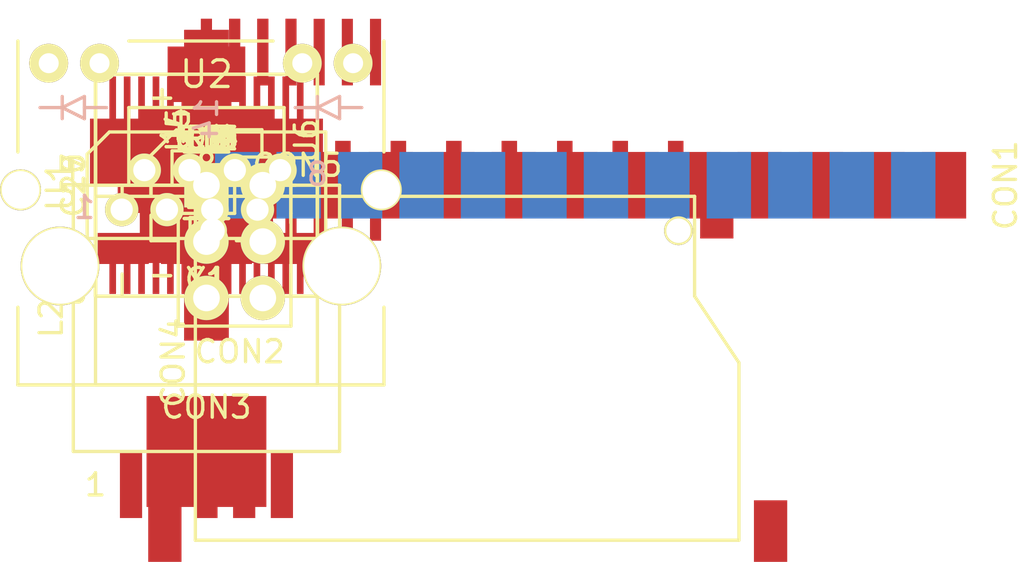
<source format=kicad_pcb>
(kicad_pcb (version 4) (host pcbnew 4.0.2-stable)

  (general
    (links 172)
    (no_connects 112)
    (area 0 0 0 0)
    (thickness 1.6)
    (drawings 0)
    (tracks 0)
    (zones 0)
    (modules 54)
    (nets 74)
  )

  (page A4)
  (layers
    (0 F.Cu signal)
    (31 B.Cu signal)
    (32 B.Adhes user)
    (33 F.Adhes user)
    (34 B.Paste user)
    (35 F.Paste user)
    (36 B.SilkS user)
    (37 F.SilkS user)
    (38 B.Mask user)
    (39 F.Mask user)
    (40 Dwgs.User user)
    (41 Cmts.User user)
    (42 Eco1.User user)
    (43 Eco2.User user)
    (44 Edge.Cuts user)
    (45 Margin user)
    (46 B.CrtYd user)
    (47 F.CrtYd user)
    (48 B.Fab user)
    (49 F.Fab user)
  )

  (setup
    (last_trace_width 0.25)
    (trace_clearance 0.2)
    (zone_clearance 0.508)
    (zone_45_only no)
    (trace_min 0.2)
    (segment_width 0.2)
    (edge_width 0.15)
    (via_size 0.6)
    (via_drill 0.4)
    (via_min_size 0.4)
    (via_min_drill 0.3)
    (uvia_size 0.3)
    (uvia_drill 0.1)
    (uvias_allowed no)
    (uvia_min_size 0.2)
    (uvia_min_drill 0.1)
    (pcb_text_width 0.3)
    (pcb_text_size 1.5 1.5)
    (mod_edge_width 0.15)
    (mod_text_size 1 1)
    (mod_text_width 0.15)
    (pad_size 1.524 1.524)
    (pad_drill 0.762)
    (pad_to_mask_clearance 0.2)
    (aux_axis_origin 0 0)
    (visible_elements FFFFFF7F)
    (pcbplotparams
      (layerselection 0x00030_80000001)
      (usegerberextensions false)
      (excludeedgelayer true)
      (linewidth 0.100000)
      (plotframeref false)
      (viasonmask false)
      (mode 1)
      (useauxorigin false)
      (hpglpennumber 1)
      (hpglpenspeed 20)
      (hpglpendiameter 15)
      (hpglpenoverlay 2)
      (psnegative false)
      (psa4output false)
      (plotreference true)
      (plotvalue true)
      (plotinvisibletext false)
      (padsonsilk false)
      (subtractmaskfromsilk false)
      (outputformat 1)
      (mirror false)
      (drillshape 1)
      (scaleselection 1)
      (outputdirectory ""))
  )

  (net 0 "")
  (net 1 POE_GND)
  (net 2 +3V3)
  (net 3 +5V)
  (net 4 "Net-(C8-Pad2)")
  (net 5 "Net-(C10-Pad2)")
  (net 6 "Net-(C11-Pad2)")
  (net 7 "Net-(C12-Pad2)")
  (net 8 "Net-(C13-Pad2)")
  (net 9 POE_+24V)
  (net 10 "Net-(C17-Pad1)")
  (net 11 "Net-(C19-Pad1)")
  (net 12 /~STROBE)
  (net 13 /D0)
  (net 14 /D1)
  (net 15 /D2)
  (net 16 /D3)
  (net 17 /D4)
  (net 18 /D5)
  (net 19 /D6)
  (net 20 /D7)
  (net 21 /~ACK)
  (net 22 /BUSY)
  (net 23 /POUT)
  (net 24 /SEL)
  (net 25 "Net-(CON1-Pad14)")
  (net 26 "Net-(CON1-Pad15)")
  (net 27 "Net-(CON1-Pad16)")
  (net 28 "Net-(CON1-Pad17)")
  (net 29 AVR_MISO)
  (net 30 AVR_SCK)
  (net 31 AVR_MOSI)
  (net 32 AVR_RESET)
  (net 33 "Net-(CON3-Pad9)")
  (net 34 "Net-(CON3-Pad10)")
  (net 35 "Net-(CON3-Pad11)")
  (net 36 "Net-(CON3-Pad12)")
  (net 37 "Net-(CON3-Pad2)")
  (net 38 "Net-(CON3-Pad6)")
  (net 39 "Net-(CON3-Pad8)")
  (net 40 "Net-(CON3-Pad1)")
  (net 41 "Net-(CON3-Pad3)")
  (net 42 "Net-(CON3-Pad5)")
  (net 43 SD_DETECT)
  (net 44 SD_LOCK)
  (net 45 "Net-(CON4-Pad8)")
  (net 46 3.3V_AVR_MISO)
  (net 47 3.3V_AVR_SCK)
  (net 48 3.3V_AVR_MOSI)
  (net 49 3.3V_SD_CS)
  (net 50 "Net-(CON4-Pad9)")
  (net 51 "Net-(CON5-Pad3)")
  (net 52 "Net-(CON5-Pad4)")
  (net 53 "Net-(CON5-Pad2)")
  (net 54 "Net-(CON5-Pad1)")
  (net 55 "Net-(D1-Pad1)")
  (net 56 "Net-(D1-Pad2)")
  (net 57 "Net-(D3-Pad1)")
  (net 58 "Net-(G1-Pad1)")
  (net 59 "Net-(G1-Pad3)")
  (net 60 "Net-(L2-Pad1)")
  (net 61 "Net-(R2-Pad1)")
  (net 62 "Net-(R4-Pad2)")
  (net 63 3.3V_ETH_CS)
  (net 64 "Net-(U1-Pad3)")
  (net 65 "Net-(U1-Pad4)")
  (net 66 "Net-(U1-Pad5)")
  (net 67 SD_CS)
  (net 68 ETH_CS)
  (net 69 "Net-(U2-Pad19)")
  (net 70 "Net-(U2-Pad20)")
  (net 71 "Net-(U2-Pad22)")
  (net 72 "Net-(U4-Pad1)")
  (net 73 "Net-(U4-Pad2)")

  (net_class Default "This is the default net class."
    (clearance 0.2)
    (trace_width 0.25)
    (via_dia 0.6)
    (via_drill 0.4)
    (uvia_dia 0.3)
    (uvia_drill 0.1)
    (add_net +3V3)
    (add_net +5V)
    (add_net /BUSY)
    (add_net /D0)
    (add_net /D1)
    (add_net /D2)
    (add_net /D3)
    (add_net /D4)
    (add_net /D5)
    (add_net /D6)
    (add_net /D7)
    (add_net /POUT)
    (add_net /SEL)
    (add_net /~ACK)
    (add_net /~STROBE)
    (add_net 3.3V_AVR_MISO)
    (add_net 3.3V_AVR_MOSI)
    (add_net 3.3V_AVR_SCK)
    (add_net 3.3V_ETH_CS)
    (add_net 3.3V_SD_CS)
    (add_net AVR_MISO)
    (add_net AVR_MOSI)
    (add_net AVR_RESET)
    (add_net AVR_SCK)
    (add_net ETH_CS)
    (add_net "Net-(C10-Pad2)")
    (add_net "Net-(C11-Pad2)")
    (add_net "Net-(C12-Pad2)")
    (add_net "Net-(C13-Pad2)")
    (add_net "Net-(C17-Pad1)")
    (add_net "Net-(C19-Pad1)")
    (add_net "Net-(C8-Pad2)")
    (add_net "Net-(CON1-Pad14)")
    (add_net "Net-(CON1-Pad15)")
    (add_net "Net-(CON1-Pad16)")
    (add_net "Net-(CON1-Pad17)")
    (add_net "Net-(CON3-Pad1)")
    (add_net "Net-(CON3-Pad10)")
    (add_net "Net-(CON3-Pad11)")
    (add_net "Net-(CON3-Pad12)")
    (add_net "Net-(CON3-Pad2)")
    (add_net "Net-(CON3-Pad3)")
    (add_net "Net-(CON3-Pad5)")
    (add_net "Net-(CON3-Pad6)")
    (add_net "Net-(CON3-Pad8)")
    (add_net "Net-(CON3-Pad9)")
    (add_net "Net-(CON4-Pad8)")
    (add_net "Net-(CON4-Pad9)")
    (add_net "Net-(CON5-Pad1)")
    (add_net "Net-(CON5-Pad2)")
    (add_net "Net-(CON5-Pad3)")
    (add_net "Net-(CON5-Pad4)")
    (add_net "Net-(D1-Pad1)")
    (add_net "Net-(D1-Pad2)")
    (add_net "Net-(D3-Pad1)")
    (add_net "Net-(G1-Pad1)")
    (add_net "Net-(G1-Pad3)")
    (add_net "Net-(L2-Pad1)")
    (add_net "Net-(R2-Pad1)")
    (add_net "Net-(R4-Pad2)")
    (add_net "Net-(U1-Pad3)")
    (add_net "Net-(U1-Pad4)")
    (add_net "Net-(U1-Pad5)")
    (add_net "Net-(U2-Pad19)")
    (add_net "Net-(U2-Pad20)")
    (add_net "Net-(U2-Pad22)")
    (add_net "Net-(U4-Pad1)")
    (add_net "Net-(U4-Pad2)")
    (add_net POE_+24V)
    (add_net POE_GND)
    (add_net SD_CS)
    (add_net SD_DETECT)
    (add_net SD_LOCK)
  )

  (module plipUltimate:0805 (layer F.Cu) (tedit 573DF96A) (tstamp 5740962B)
    (at 148.5011 105.0036)
    (descr "Capacitor SMD 0805, hand soldering")
    (tags "capacitor 0805")
    (path /57375CFE)
    (attr smd)
    (fp_text reference C1 (at 0 -2.1) (layer F.SilkS)
      (effects (font (size 1 1) (thickness 0.15)))
    )
    (fp_text value 100nF (at 0 2.1) (layer F.Fab)
      (effects (font (size 1 1) (thickness 0.15)))
    )
    (fp_line (start -2.3 -1) (end 2.3 -1) (layer F.CrtYd) (width 0.05))
    (fp_line (start -2.3 1) (end 2.3 1) (layer F.CrtYd) (width 0.05))
    (fp_line (start -2.3 -1) (end -2.3 1) (layer F.CrtYd) (width 0.05))
    (fp_line (start 2.3 -1) (end 2.3 1) (layer F.CrtYd) (width 0.05))
    (fp_line (start 0.5 -0.85) (end -0.5 -0.85) (layer F.SilkS) (width 0.15))
    (fp_line (start -0.5 0.85) (end 0.5 0.85) (layer F.SilkS) (width 0.15))
    (pad 1 smd rect (at -1.25 0) (size 1.5 1.25) (layers F.Cu F.Paste F.Mask)
      (net 1 POE_GND))
    (pad 2 smd rect (at 1.25 0) (size 1.5 1.25) (layers F.Cu F.Paste F.Mask)
      (net 2 +3V3))
    (model Capacitors_SMD.3dshapes/C_0805_HandSoldering.wrl
      (at (xyz 0 0 0))
      (scale (xyz 1 1 1))
      (rotate (xyz 0 0 0))
    )
  )

  (module plipUltimate:0805 (layer F.Cu) (tedit 573DF96A) (tstamp 57409637)
    (at 148.5011 105.0036)
    (descr "Capacitor SMD 0805, hand soldering")
    (tags "capacitor 0805")
    (path /57375C7B)
    (attr smd)
    (fp_text reference C2 (at 0 -2.1) (layer F.SilkS)
      (effects (font (size 1 1) (thickness 0.15)))
    )
    (fp_text value 100nF (at 0 2.1) (layer F.Fab)
      (effects (font (size 1 1) (thickness 0.15)))
    )
    (fp_line (start -2.3 -1) (end 2.3 -1) (layer F.CrtYd) (width 0.05))
    (fp_line (start -2.3 1) (end 2.3 1) (layer F.CrtYd) (width 0.05))
    (fp_line (start -2.3 -1) (end -2.3 1) (layer F.CrtYd) (width 0.05))
    (fp_line (start 2.3 -1) (end 2.3 1) (layer F.CrtYd) (width 0.05))
    (fp_line (start 0.5 -0.85) (end -0.5 -0.85) (layer F.SilkS) (width 0.15))
    (fp_line (start -0.5 0.85) (end 0.5 0.85) (layer F.SilkS) (width 0.15))
    (pad 1 smd rect (at -1.25 0) (size 1.5 1.25) (layers F.Cu F.Paste F.Mask)
      (net 1 POE_GND))
    (pad 2 smd rect (at 1.25 0) (size 1.5 1.25) (layers F.Cu F.Paste F.Mask)
      (net 2 +3V3))
    (model Capacitors_SMD.3dshapes/C_0805_HandSoldering.wrl
      (at (xyz 0 0 0))
      (scale (xyz 1 1 1))
      (rotate (xyz 0 0 0))
    )
  )

  (module plipUltimate:0805 (layer F.Cu) (tedit 573DF96A) (tstamp 57409643)
    (at 148.5011 105.0036)
    (descr "Capacitor SMD 0805, hand soldering")
    (tags "capacitor 0805")
    (path /572F6928)
    (attr smd)
    (fp_text reference C3 (at 0 -2.1) (layer F.SilkS)
      (effects (font (size 1 1) (thickness 0.15)))
    )
    (fp_text value 100nF (at 0 2.1) (layer F.Fab)
      (effects (font (size 1 1) (thickness 0.15)))
    )
    (fp_line (start -2.3 -1) (end 2.3 -1) (layer F.CrtYd) (width 0.05))
    (fp_line (start -2.3 1) (end 2.3 1) (layer F.CrtYd) (width 0.05))
    (fp_line (start -2.3 -1) (end -2.3 1) (layer F.CrtYd) (width 0.05))
    (fp_line (start 2.3 -1) (end 2.3 1) (layer F.CrtYd) (width 0.05))
    (fp_line (start 0.5 -0.85) (end -0.5 -0.85) (layer F.SilkS) (width 0.15))
    (fp_line (start -0.5 0.85) (end 0.5 0.85) (layer F.SilkS) (width 0.15))
    (pad 1 smd rect (at -1.25 0) (size 1.5 1.25) (layers F.Cu F.Paste F.Mask)
      (net 3 +5V))
    (pad 2 smd rect (at 1.25 0) (size 1.5 1.25) (layers F.Cu F.Paste F.Mask)
      (net 1 POE_GND))
    (model Capacitors_SMD.3dshapes/C_0805_HandSoldering.wrl
      (at (xyz 0 0 0))
      (scale (xyz 1 1 1))
      (rotate (xyz 0 0 0))
    )
  )

  (module plipUltimate:0805 (layer F.Cu) (tedit 573DF96A) (tstamp 5740964F)
    (at 148.5011 105.0036)
    (descr "Capacitor SMD 0805, hand soldering")
    (tags "capacitor 0805")
    (path /57375BFB)
    (attr smd)
    (fp_text reference C4 (at 0 -2.1) (layer F.SilkS)
      (effects (font (size 1 1) (thickness 0.15)))
    )
    (fp_text value 100nF (at 0 2.1) (layer F.Fab)
      (effects (font (size 1 1) (thickness 0.15)))
    )
    (fp_line (start -2.3 -1) (end 2.3 -1) (layer F.CrtYd) (width 0.05))
    (fp_line (start -2.3 1) (end 2.3 1) (layer F.CrtYd) (width 0.05))
    (fp_line (start -2.3 -1) (end -2.3 1) (layer F.CrtYd) (width 0.05))
    (fp_line (start 2.3 -1) (end 2.3 1) (layer F.CrtYd) (width 0.05))
    (fp_line (start 0.5 -0.85) (end -0.5 -0.85) (layer F.SilkS) (width 0.15))
    (fp_line (start -0.5 0.85) (end 0.5 0.85) (layer F.SilkS) (width 0.15))
    (pad 1 smd rect (at -1.25 0) (size 1.5 1.25) (layers F.Cu F.Paste F.Mask)
      (net 1 POE_GND))
    (pad 2 smd rect (at 1.25 0) (size 1.5 1.25) (layers F.Cu F.Paste F.Mask)
      (net 2 +3V3))
    (model Capacitors_SMD.3dshapes/C_0805_HandSoldering.wrl
      (at (xyz 0 0 0))
      (scale (xyz 1 1 1))
      (rotate (xyz 0 0 0))
    )
  )

  (module plipUltimate:0805 (layer F.Cu) (tedit 573DF96A) (tstamp 5740965B)
    (at 148.5011 105.0036)
    (descr "Capacitor SMD 0805, hand soldering")
    (tags "capacitor 0805")
    (path /572F6572)
    (attr smd)
    (fp_text reference C5 (at 0 -2.1) (layer F.SilkS)
      (effects (font (size 1 1) (thickness 0.15)))
    )
    (fp_text value 100nF (at 0 2.1) (layer F.Fab)
      (effects (font (size 1 1) (thickness 0.15)))
    )
    (fp_line (start -2.3 -1) (end 2.3 -1) (layer F.CrtYd) (width 0.05))
    (fp_line (start -2.3 1) (end 2.3 1) (layer F.CrtYd) (width 0.05))
    (fp_line (start -2.3 -1) (end -2.3 1) (layer F.CrtYd) (width 0.05))
    (fp_line (start 2.3 -1) (end 2.3 1) (layer F.CrtYd) (width 0.05))
    (fp_line (start 0.5 -0.85) (end -0.5 -0.85) (layer F.SilkS) (width 0.15))
    (fp_line (start -0.5 0.85) (end 0.5 0.85) (layer F.SilkS) (width 0.15))
    (pad 1 smd rect (at -1.25 0) (size 1.5 1.25) (layers F.Cu F.Paste F.Mask)
      (net 3 +5V))
    (pad 2 smd rect (at 1.25 0) (size 1.5 1.25) (layers F.Cu F.Paste F.Mask)
      (net 1 POE_GND))
    (model Capacitors_SMD.3dshapes/C_0805_HandSoldering.wrl
      (at (xyz 0 0 0))
      (scale (xyz 1 1 1))
      (rotate (xyz 0 0 0))
    )
  )

  (module plipUltimate:0805 (layer F.Cu) (tedit 573DF96A) (tstamp 57409667)
    (at 148.5011 105.0036)
    (descr "Capacitor SMD 0805, hand soldering")
    (tags "capacitor 0805")
    (path /573D6384)
    (attr smd)
    (fp_text reference C6 (at 0 -2.1) (layer F.SilkS)
      (effects (font (size 1 1) (thickness 0.15)))
    )
    (fp_text value 100nF (at 0 2.1) (layer F.Fab)
      (effects (font (size 1 1) (thickness 0.15)))
    )
    (fp_line (start -2.3 -1) (end 2.3 -1) (layer F.CrtYd) (width 0.05))
    (fp_line (start -2.3 1) (end 2.3 1) (layer F.CrtYd) (width 0.05))
    (fp_line (start -2.3 -1) (end -2.3 1) (layer F.CrtYd) (width 0.05))
    (fp_line (start 2.3 -1) (end 2.3 1) (layer F.CrtYd) (width 0.05))
    (fp_line (start 0.5 -0.85) (end -0.5 -0.85) (layer F.SilkS) (width 0.15))
    (fp_line (start -0.5 0.85) (end 0.5 0.85) (layer F.SilkS) (width 0.15))
    (pad 1 smd rect (at -1.25 0) (size 1.5 1.25) (layers F.Cu F.Paste F.Mask)
      (net 3 +5V))
    (pad 2 smd rect (at 1.25 0) (size 1.5 1.25) (layers F.Cu F.Paste F.Mask)
      (net 1 POE_GND))
    (model Capacitors_SMD.3dshapes/C_0805_HandSoldering.wrl
      (at (xyz 0 0 0))
      (scale (xyz 1 1 1))
      (rotate (xyz 0 0 0))
    )
  )

  (module plipUltimate:0805 (layer F.Cu) (tedit 573DF96A) (tstamp 57409673)
    (at 148.5011 105.0036)
    (descr "Capacitor SMD 0805, hand soldering")
    (tags "capacitor 0805")
    (path /57375B80)
    (attr smd)
    (fp_text reference C7 (at 0 -2.1) (layer F.SilkS)
      (effects (font (size 1 1) (thickness 0.15)))
    )
    (fp_text value 100nF (at 0 2.1) (layer F.Fab)
      (effects (font (size 1 1) (thickness 0.15)))
    )
    (fp_line (start -2.3 -1) (end 2.3 -1) (layer F.CrtYd) (width 0.05))
    (fp_line (start -2.3 1) (end 2.3 1) (layer F.CrtYd) (width 0.05))
    (fp_line (start -2.3 -1) (end -2.3 1) (layer F.CrtYd) (width 0.05))
    (fp_line (start 2.3 -1) (end 2.3 1) (layer F.CrtYd) (width 0.05))
    (fp_line (start 0.5 -0.85) (end -0.5 -0.85) (layer F.SilkS) (width 0.15))
    (fp_line (start -0.5 0.85) (end 0.5 0.85) (layer F.SilkS) (width 0.15))
    (pad 1 smd rect (at -1.25 0) (size 1.5 1.25) (layers F.Cu F.Paste F.Mask)
      (net 1 POE_GND))
    (pad 2 smd rect (at 1.25 0) (size 1.5 1.25) (layers F.Cu F.Paste F.Mask)
      (net 2 +3V3))
    (model Capacitors_SMD.3dshapes/C_0805_HandSoldering.wrl
      (at (xyz 0 0 0))
      (scale (xyz 1 1 1))
      (rotate (xyz 0 0 0))
    )
  )

  (module plipUltimate:0805 (layer F.Cu) (tedit 573DF96A) (tstamp 5740967F)
    (at 148.5011 105.0036)
    (descr "Capacitor SMD 0805, hand soldering")
    (tags "capacitor 0805")
    (path /57401DF8)
    (attr smd)
    (fp_text reference C8 (at 0 -2.1) (layer F.SilkS)
      (effects (font (size 1 1) (thickness 0.15)))
    )
    (fp_text value 10uF (at 0 2.1) (layer F.Fab)
      (effects (font (size 1 1) (thickness 0.15)))
    )
    (fp_line (start -2.3 -1) (end 2.3 -1) (layer F.CrtYd) (width 0.05))
    (fp_line (start -2.3 1) (end 2.3 1) (layer F.CrtYd) (width 0.05))
    (fp_line (start -2.3 -1) (end -2.3 1) (layer F.CrtYd) (width 0.05))
    (fp_line (start 2.3 -1) (end 2.3 1) (layer F.CrtYd) (width 0.05))
    (fp_line (start 0.5 -0.85) (end -0.5 -0.85) (layer F.SilkS) (width 0.15))
    (fp_line (start -0.5 0.85) (end 0.5 0.85) (layer F.SilkS) (width 0.15))
    (pad 1 smd rect (at -1.25 0) (size 1.5 1.25) (layers F.Cu F.Paste F.Mask)
      (net 1 POE_GND))
    (pad 2 smd rect (at 1.25 0) (size 1.5 1.25) (layers F.Cu F.Paste F.Mask)
      (net 4 "Net-(C8-Pad2)"))
    (model Capacitors_SMD.3dshapes/C_0805_HandSoldering.wrl
      (at (xyz 0 0 0))
      (scale (xyz 1 1 1))
      (rotate (xyz 0 0 0))
    )
  )

  (module plipUltimate:0805 (layer F.Cu) (tedit 573DF96A) (tstamp 5740968B)
    (at 148.5011 105.0036)
    (descr "Capacitor SMD 0805, hand soldering")
    (tags "capacitor 0805")
    (path /57374F9F)
    (attr smd)
    (fp_text reference C9 (at 0 -2.1) (layer F.SilkS)
      (effects (font (size 1 1) (thickness 0.15)))
    )
    (fp_text value 100nF (at 0 2.1) (layer F.Fab)
      (effects (font (size 1 1) (thickness 0.15)))
    )
    (fp_line (start -2.3 -1) (end 2.3 -1) (layer F.CrtYd) (width 0.05))
    (fp_line (start -2.3 1) (end 2.3 1) (layer F.CrtYd) (width 0.05))
    (fp_line (start -2.3 -1) (end -2.3 1) (layer F.CrtYd) (width 0.05))
    (fp_line (start 2.3 -1) (end 2.3 1) (layer F.CrtYd) (width 0.05))
    (fp_line (start 0.5 -0.85) (end -0.5 -0.85) (layer F.SilkS) (width 0.15))
    (fp_line (start -0.5 0.85) (end 0.5 0.85) (layer F.SilkS) (width 0.15))
    (pad 1 smd rect (at -1.25 0) (size 1.5 1.25) (layers F.Cu F.Paste F.Mask)
      (net 1 POE_GND))
    (pad 2 smd rect (at 1.25 0) (size 1.5 1.25) (layers F.Cu F.Paste F.Mask)
      (net 2 +3V3))
    (model Capacitors_SMD.3dshapes/C_0805_HandSoldering.wrl
      (at (xyz 0 0 0))
      (scale (xyz 1 1 1))
      (rotate (xyz 0 0 0))
    )
  )

  (module plipUltimate:0805 (layer F.Cu) (tedit 573DF96A) (tstamp 57409697)
    (at 148.5011 105.0036)
    (descr "Capacitor SMD 0805, hand soldering")
    (tags "capacitor 0805")
    (path /573A4441)
    (attr smd)
    (fp_text reference C10 (at 0 -2.1) (layer F.SilkS)
      (effects (font (size 1 1) (thickness 0.15)))
    )
    (fp_text value 18pF (at 0 2.1) (layer F.Fab)
      (effects (font (size 1 1) (thickness 0.15)))
    )
    (fp_line (start -2.3 -1) (end 2.3 -1) (layer F.CrtYd) (width 0.05))
    (fp_line (start -2.3 1) (end 2.3 1) (layer F.CrtYd) (width 0.05))
    (fp_line (start -2.3 -1) (end -2.3 1) (layer F.CrtYd) (width 0.05))
    (fp_line (start 2.3 -1) (end 2.3 1) (layer F.CrtYd) (width 0.05))
    (fp_line (start 0.5 -0.85) (end -0.5 -0.85) (layer F.SilkS) (width 0.15))
    (fp_line (start -0.5 0.85) (end 0.5 0.85) (layer F.SilkS) (width 0.15))
    (pad 1 smd rect (at -1.25 0) (size 1.5 1.25) (layers F.Cu F.Paste F.Mask)
      (net 1 POE_GND))
    (pad 2 smd rect (at 1.25 0) (size 1.5 1.25) (layers F.Cu F.Paste F.Mask)
      (net 5 "Net-(C10-Pad2)"))
    (model Capacitors_SMD.3dshapes/C_0805_HandSoldering.wrl
      (at (xyz 0 0 0))
      (scale (xyz 1 1 1))
      (rotate (xyz 0 0 0))
    )
  )

  (module plipUltimate:0805 (layer F.Cu) (tedit 573DF96A) (tstamp 574096A3)
    (at 148.5011 105.0036)
    (descr "Capacitor SMD 0805, hand soldering")
    (tags "capacitor 0805")
    (path /573A45AC)
    (attr smd)
    (fp_text reference C11 (at 0 -2.1) (layer F.SilkS)
      (effects (font (size 1 1) (thickness 0.15)))
    )
    (fp_text value 18pF (at 0 2.1) (layer F.Fab)
      (effects (font (size 1 1) (thickness 0.15)))
    )
    (fp_line (start -2.3 -1) (end 2.3 -1) (layer F.CrtYd) (width 0.05))
    (fp_line (start -2.3 1) (end 2.3 1) (layer F.CrtYd) (width 0.05))
    (fp_line (start -2.3 -1) (end -2.3 1) (layer F.CrtYd) (width 0.05))
    (fp_line (start 2.3 -1) (end 2.3 1) (layer F.CrtYd) (width 0.05))
    (fp_line (start 0.5 -0.85) (end -0.5 -0.85) (layer F.SilkS) (width 0.15))
    (fp_line (start -0.5 0.85) (end 0.5 0.85) (layer F.SilkS) (width 0.15))
    (pad 1 smd rect (at -1.25 0) (size 1.5 1.25) (layers F.Cu F.Paste F.Mask)
      (net 1 POE_GND))
    (pad 2 smd rect (at 1.25 0) (size 1.5 1.25) (layers F.Cu F.Paste F.Mask)
      (net 6 "Net-(C11-Pad2)"))
    (model Capacitors_SMD.3dshapes/C_0805_HandSoldering.wrl
      (at (xyz 0 0 0))
      (scale (xyz 1 1 1))
      (rotate (xyz 0 0 0))
    )
  )

  (module plipUltimate:0805 (layer F.Cu) (tedit 573DF96A) (tstamp 574096AF)
    (at 148.5011 105.0036)
    (descr "Capacitor SMD 0805, hand soldering")
    (tags "capacitor 0805")
    (path /573ADF68)
    (attr smd)
    (fp_text reference C12 (at 0 -2.1) (layer F.SilkS)
      (effects (font (size 1 1) (thickness 0.15)))
    )
    (fp_text value 10nF (at 0 2.1) (layer F.Fab)
      (effects (font (size 1 1) (thickness 0.15)))
    )
    (fp_line (start -2.3 -1) (end 2.3 -1) (layer F.CrtYd) (width 0.05))
    (fp_line (start -2.3 1) (end 2.3 1) (layer F.CrtYd) (width 0.05))
    (fp_line (start -2.3 -1) (end -2.3 1) (layer F.CrtYd) (width 0.05))
    (fp_line (start 2.3 -1) (end 2.3 1) (layer F.CrtYd) (width 0.05))
    (fp_line (start 0.5 -0.85) (end -0.5 -0.85) (layer F.SilkS) (width 0.15))
    (fp_line (start -0.5 0.85) (end 0.5 0.85) (layer F.SilkS) (width 0.15))
    (pad 1 smd rect (at -1.25 0) (size 1.5 1.25) (layers F.Cu F.Paste F.Mask)
      (net 1 POE_GND))
    (pad 2 smd rect (at 1.25 0) (size 1.5 1.25) (layers F.Cu F.Paste F.Mask)
      (net 7 "Net-(C12-Pad2)"))
    (model Capacitors_SMD.3dshapes/C_0805_HandSoldering.wrl
      (at (xyz 0 0 0))
      (scale (xyz 1 1 1))
      (rotate (xyz 0 0 0))
    )
  )

  (module plipUltimate:0805 (layer F.Cu) (tedit 573DF96A) (tstamp 574096BB)
    (at 148.5011 105.0036)
    (descr "Capacitor SMD 0805, hand soldering")
    (tags "capacitor 0805")
    (path /5739E401)
    (attr smd)
    (fp_text reference C13 (at 0 -2.1) (layer F.SilkS)
      (effects (font (size 1 1) (thickness 0.15)))
    )
    (fp_text value 10nF (at 0 2.1) (layer F.Fab)
      (effects (font (size 1 1) (thickness 0.15)))
    )
    (fp_line (start -2.3 -1) (end 2.3 -1) (layer F.CrtYd) (width 0.05))
    (fp_line (start -2.3 1) (end 2.3 1) (layer F.CrtYd) (width 0.05))
    (fp_line (start -2.3 -1) (end -2.3 1) (layer F.CrtYd) (width 0.05))
    (fp_line (start 2.3 -1) (end 2.3 1) (layer F.CrtYd) (width 0.05))
    (fp_line (start 0.5 -0.85) (end -0.5 -0.85) (layer F.SilkS) (width 0.15))
    (fp_line (start -0.5 0.85) (end 0.5 0.85) (layer F.SilkS) (width 0.15))
    (pad 1 smd rect (at -1.25 0) (size 1.5 1.25) (layers F.Cu F.Paste F.Mask)
      (net 1 POE_GND))
    (pad 2 smd rect (at 1.25 0) (size 1.5 1.25) (layers F.Cu F.Paste F.Mask)
      (net 8 "Net-(C13-Pad2)"))
    (model Capacitors_SMD.3dshapes/C_0805_HandSoldering.wrl
      (at (xyz 0 0 0))
      (scale (xyz 1 1 1))
      (rotate (xyz 0 0 0))
    )
  )

  (module plipUltimate:0805 (layer F.Cu) (tedit 573DF96A) (tstamp 574096C7)
    (at 148.5011 105.0036)
    (descr "Capacitor SMD 0805, hand soldering")
    (tags "capacitor 0805")
    (path /574116C7)
    (attr smd)
    (fp_text reference C14 (at 0 -2.1) (layer F.SilkS)
      (effects (font (size 1 1) (thickness 0.15)))
    )
    (fp_text value 100nF (at 0 2.1) (layer F.Fab)
      (effects (font (size 1 1) (thickness 0.15)))
    )
    (fp_line (start -2.3 -1) (end 2.3 -1) (layer F.CrtYd) (width 0.05))
    (fp_line (start -2.3 1) (end 2.3 1) (layer F.CrtYd) (width 0.05))
    (fp_line (start -2.3 -1) (end -2.3 1) (layer F.CrtYd) (width 0.05))
    (fp_line (start 2.3 -1) (end 2.3 1) (layer F.CrtYd) (width 0.05))
    (fp_line (start 0.5 -0.85) (end -0.5 -0.85) (layer F.SilkS) (width 0.15))
    (fp_line (start -0.5 0.85) (end 0.5 0.85) (layer F.SilkS) (width 0.15))
    (pad 1 smd rect (at -1.25 0) (size 1.5 1.25) (layers F.Cu F.Paste F.Mask)
      (net 3 +5V))
    (pad 2 smd rect (at 1.25 0) (size 1.5 1.25) (layers F.Cu F.Paste F.Mask)
      (net 1 POE_GND))
    (model Capacitors_SMD.3dshapes/C_0805_HandSoldering.wrl
      (at (xyz 0 0 0))
      (scale (xyz 1 1 1))
      (rotate (xyz 0 0 0))
    )
  )

  (module plipUltimate:electrolyte_SMD (layer F.Cu) (tedit 57408DA6) (tstamp 574096D4)
    (at 148.5011 105.0036)
    (path /572F70DF)
    (fp_text reference C15 (at -6 0 90) (layer F.SilkS)
      (effects (font (size 1 1) (thickness 0.15)))
    )
    (fp_text value "100uF 50V loESR" (at 0 0) (layer F.Fab)
      (effects (font (size 1 1) (thickness 0.15)))
    )
    (fp_text user - (at -2 4) (layer F.SilkS)
      (effects (font (size 1 1) (thickness 0.15)))
    )
    (fp_text user + (at -2 -4) (layer F.SilkS)
      (effects (font (size 1 1) (thickness 0.15)))
    )
    (fp_line (start -4 0) (end 4 0) (layer F.SilkS) (width 0.15))
    (fp_line (start -5 5) (end -5 -5) (layer F.SilkS) (width 0.15))
    (fp_line (start -5 -5) (end 5 -5) (layer F.SilkS) (width 0.15))
    (fp_line (start 5 -5) (end 5 5) (layer F.SilkS) (width 0.15))
    (fp_line (start 5 5) (end -5 5) (layer F.SilkS) (width 0.15))
    (pad 1 smd rect (at 0 -4) (size 2 6) (layers F.Cu F.Paste F.Mask)
      (net 9 POE_+24V))
    (pad 2 smd rect (at 0 4) (size 2 6) (layers F.Cu F.Paste F.Mask)
      (net 1 POE_GND))
  )

  (module plipUltimate:0805 (layer F.Cu) (tedit 573DF96A) (tstamp 574096E0)
    (at 148.5011 105.0036)
    (descr "Capacitor SMD 0805, hand soldering")
    (tags "capacitor 0805")
    (path /57463DB0)
    (attr smd)
    (fp_text reference C16 (at 0 -2.1) (layer F.SilkS)
      (effects (font (size 1 1) (thickness 0.15)))
    )
    (fp_text value 100nF (at 0 2.1) (layer F.Fab)
      (effects (font (size 1 1) (thickness 0.15)))
    )
    (fp_line (start -2.3 -1) (end 2.3 -1) (layer F.CrtYd) (width 0.05))
    (fp_line (start -2.3 1) (end 2.3 1) (layer F.CrtYd) (width 0.05))
    (fp_line (start -2.3 -1) (end -2.3 1) (layer F.CrtYd) (width 0.05))
    (fp_line (start 2.3 -1) (end 2.3 1) (layer F.CrtYd) (width 0.05))
    (fp_line (start 0.5 -0.85) (end -0.5 -0.85) (layer F.SilkS) (width 0.15))
    (fp_line (start -0.5 0.85) (end 0.5 0.85) (layer F.SilkS) (width 0.15))
    (pad 1 smd rect (at -1.25 0) (size 1.5 1.25) (layers F.Cu F.Paste F.Mask)
      (net 2 +3V3))
    (pad 2 smd rect (at 1.25 0) (size 1.5 1.25) (layers F.Cu F.Paste F.Mask)
      (net 1 POE_GND))
    (model Capacitors_SMD.3dshapes/C_0805_HandSoldering.wrl
      (at (xyz 0 0 0))
      (scale (xyz 1 1 1))
      (rotate (xyz 0 0 0))
    )
  )

  (module plipUltimate:electrolyte_SMD (layer F.Cu) (tedit 57408DA6) (tstamp 574096ED)
    (at 148.5011 105.0036)
    (path /572F7A9F)
    (fp_text reference C17 (at -6 0 90) (layer F.SilkS)
      (effects (font (size 1 1) (thickness 0.15)))
    )
    (fp_text value "220uF 35V loESR" (at 0 0) (layer F.Fab)
      (effects (font (size 1 1) (thickness 0.15)))
    )
    (fp_text user - (at -2 4) (layer F.SilkS)
      (effects (font (size 1 1) (thickness 0.15)))
    )
    (fp_text user + (at -2 -4) (layer F.SilkS)
      (effects (font (size 1 1) (thickness 0.15)))
    )
    (fp_line (start -4 0) (end 4 0) (layer F.SilkS) (width 0.15))
    (fp_line (start -5 5) (end -5 -5) (layer F.SilkS) (width 0.15))
    (fp_line (start -5 -5) (end 5 -5) (layer F.SilkS) (width 0.15))
    (fp_line (start 5 -5) (end 5 5) (layer F.SilkS) (width 0.15))
    (fp_line (start 5 5) (end -5 5) (layer F.SilkS) (width 0.15))
    (pad 1 smd rect (at 0 -4) (size 2 6) (layers F.Cu F.Paste F.Mask)
      (net 10 "Net-(C17-Pad1)"))
    (pad 2 smd rect (at 0 4) (size 2 6) (layers F.Cu F.Paste F.Mask)
      (net 1 POE_GND))
  )

  (module plipUltimate:0805 (layer F.Cu) (tedit 573DF96A) (tstamp 574096F9)
    (at 148.5011 105.0036)
    (descr "Capacitor SMD 0805, hand soldering")
    (tags "capacitor 0805")
    (path /5743838A)
    (attr smd)
    (fp_text reference C18 (at 0 -2.1) (layer F.SilkS)
      (effects (font (size 1 1) (thickness 0.15)))
    )
    (fp_text value 10nF (at 0 2.1) (layer F.Fab)
      (effects (font (size 1 1) (thickness 0.15)))
    )
    (fp_line (start -2.3 -1) (end 2.3 -1) (layer F.CrtYd) (width 0.05))
    (fp_line (start -2.3 1) (end 2.3 1) (layer F.CrtYd) (width 0.05))
    (fp_line (start -2.3 -1) (end -2.3 1) (layer F.CrtYd) (width 0.05))
    (fp_line (start 2.3 -1) (end 2.3 1) (layer F.CrtYd) (width 0.05))
    (fp_line (start 0.5 -0.85) (end -0.5 -0.85) (layer F.SilkS) (width 0.15))
    (fp_line (start -0.5 0.85) (end 0.5 0.85) (layer F.SilkS) (width 0.15))
    (pad 1 smd rect (at -1.25 0) (size 1.5 1.25) (layers F.Cu F.Paste F.Mask)
      (net 1 POE_GND))
    (pad 2 smd rect (at 1.25 0) (size 1.5 1.25) (layers F.Cu F.Paste F.Mask)
      (net 3 +5V))
    (model Capacitors_SMD.3dshapes/C_0805_HandSoldering.wrl
      (at (xyz 0 0 0))
      (scale (xyz 1 1 1))
      (rotate (xyz 0 0 0))
    )
  )

  (module plipUltimate:0805 (layer F.Cu) (tedit 573DF96A) (tstamp 57409705)
    (at 148.5011 105.0036)
    (descr "Capacitor SMD 0805, hand soldering")
    (tags "capacitor 0805")
    (path /572F8249)
    (attr smd)
    (fp_text reference C19 (at 0 -2.1) (layer F.SilkS)
      (effects (font (size 1 1) (thickness 0.15)))
    )
    (fp_text value 100nF (at 0 2.1) (layer F.Fab)
      (effects (font (size 1 1) (thickness 0.15)))
    )
    (fp_line (start -2.3 -1) (end 2.3 -1) (layer F.CrtYd) (width 0.05))
    (fp_line (start -2.3 1) (end 2.3 1) (layer F.CrtYd) (width 0.05))
    (fp_line (start -2.3 -1) (end -2.3 1) (layer F.CrtYd) (width 0.05))
    (fp_line (start 2.3 -1) (end 2.3 1) (layer F.CrtYd) (width 0.05))
    (fp_line (start 0.5 -0.85) (end -0.5 -0.85) (layer F.SilkS) (width 0.15))
    (fp_line (start -0.5 0.85) (end 0.5 0.85) (layer F.SilkS) (width 0.15))
    (pad 1 smd rect (at -1.25 0) (size 1.5 1.25) (layers F.Cu F.Paste F.Mask)
      (net 11 "Net-(C19-Pad1)"))
    (pad 2 smd rect (at 1.25 0) (size 1.5 1.25) (layers F.Cu F.Paste F.Mask)
      (net 1 POE_GND))
    (model Capacitors_SMD.3dshapes/C_0805_HandSoldering.wrl
      (at (xyz 0 0 0))
      (scale (xyz 1 1 1))
      (rotate (xyz 0 0 0))
    )
  )

  (module plipUltimate:electrolyte_SMD (layer F.Cu) (tedit 57408DA6) (tstamp 57409712)
    (at 148.5011 105.0036)
    (path /572FAA3C)
    (fp_text reference C20 (at -6 0 90) (layer F.SilkS)
      (effects (font (size 1 1) (thickness 0.15)))
    )
    (fp_text value "47uF 6,3V" (at 0 0) (layer F.Fab)
      (effects (font (size 1 1) (thickness 0.15)))
    )
    (fp_text user - (at -2 4) (layer F.SilkS)
      (effects (font (size 1 1) (thickness 0.15)))
    )
    (fp_text user + (at -2 -4) (layer F.SilkS)
      (effects (font (size 1 1) (thickness 0.15)))
    )
    (fp_line (start -4 0) (end 4 0) (layer F.SilkS) (width 0.15))
    (fp_line (start -5 5) (end -5 -5) (layer F.SilkS) (width 0.15))
    (fp_line (start -5 -5) (end 5 -5) (layer F.SilkS) (width 0.15))
    (fp_line (start 5 -5) (end 5 5) (layer F.SilkS) (width 0.15))
    (fp_line (start 5 5) (end -5 5) (layer F.SilkS) (width 0.15))
    (pad 1 smd rect (at 0 -4) (size 2 6) (layers F.Cu F.Paste F.Mask)
      (net 2 +3V3))
    (pad 2 smd rect (at 0 4) (size 2 6) (layers F.Cu F.Paste F.Mask)
      (net 1 POE_GND))
  )

  (module plipUltimate:d-sub25_edge (layer F.Cu) (tedit 573E0568) (tstamp 57409731)
    (at 148.5011 105.0036)
    (path /572E0DA1)
    (fp_text reference CON1 (at 36.01 0 90) (layer F.SilkS)
      (effects (font (size 1 1) (thickness 0.15)))
    )
    (fp_text value IEEEE-1284A (at -2.77 0 90) (layer F.Fab)
      (effects (font (size 1 1) (thickness 0.15)))
    )
    (fp_text user 14 (at 0 -3 90) (layer B.SilkS)
      (effects (font (size 1 1) (thickness 0.15)) (justify mirror))
    )
    (fp_text user 1 (at -1.5 -2.25 90) (layer F.SilkS)
      (effects (font (size 1 1) (thickness 0.15)))
    )
    (pad 1 smd rect (at 0 0) (size 2 3) (layers F.Cu F.Paste F.Mask)
      (net 12 /~STROBE))
    (pad 2 smd rect (at 2.77 0) (size 2 3) (layers F.Cu F.Paste F.Mask)
      (net 13 /D0))
    (pad 3 smd rect (at 5.54 0) (size 2 3) (layers F.Cu F.Paste F.Mask)
      (net 14 /D1))
    (pad 4 smd rect (at 8.31 0) (size 2 3) (layers F.Cu F.Paste F.Mask)
      (net 15 /D2))
    (pad 5 smd rect (at 11.08 0) (size 2 3) (layers F.Cu F.Paste F.Mask)
      (net 16 /D3))
    (pad 6 smd rect (at 13.85 0) (size 2 3) (layers F.Cu F.Paste F.Mask)
      (net 17 /D4))
    (pad 7 smd rect (at 16.62 0) (size 2 3) (layers F.Cu F.Paste F.Mask)
      (net 18 /D5))
    (pad 8 smd rect (at 19.39 0) (size 2 3) (layers F.Cu F.Paste F.Mask)
      (net 19 /D6))
    (pad 9 smd rect (at 22.16 0) (size 2 3) (layers F.Cu F.Paste F.Mask)
      (net 20 /D7))
    (pad 10 smd rect (at 24.93 0) (size 2 3) (layers F.Cu F.Paste F.Mask)
      (net 21 /~ACK))
    (pad 11 smd rect (at 27.7 0) (size 2 3) (layers F.Cu F.Paste F.Mask)
      (net 22 /BUSY))
    (pad 12 smd rect (at 30.47 0) (size 2 3) (layers F.Cu F.Paste F.Mask)
      (net 23 /POUT))
    (pad 13 smd rect (at 33.24 0) (size 2 3) (layers F.Cu F.Paste F.Mask)
      (net 24 /SEL))
    (pad 14 smd rect (at 1.385 0) (size 2 3) (layers B.Cu B.Paste B.Mask)
      (net 25 "Net-(CON1-Pad14)"))
    (pad 15 smd rect (at 4.155 0) (size 2 3) (layers B.Cu B.Paste B.Mask)
      (net 26 "Net-(CON1-Pad15)"))
    (pad 16 smd rect (at 6.925 0) (size 2 3) (layers B.Cu B.Paste B.Mask)
      (net 27 "Net-(CON1-Pad16)"))
    (pad 17 smd rect (at 9.695 0) (size 2 3) (layers B.Cu B.Paste B.Mask)
      (net 28 "Net-(CON1-Pad17)"))
    (pad 18 smd rect (at 12.465 0) (size 2 3) (layers B.Cu B.Paste B.Mask)
      (net 1 POE_GND))
    (pad 19 smd rect (at 15.235 0) (size 2 3) (layers B.Cu B.Paste B.Mask)
      (net 1 POE_GND))
    (pad 20 smd rect (at 18.005 0) (size 2 3) (layers B.Cu B.Paste B.Mask)
      (net 1 POE_GND))
    (pad 21 smd rect (at 20.775 0) (size 2 3) (layers B.Cu B.Paste B.Mask)
      (net 1 POE_GND))
    (pad 22 smd rect (at 23.545 0) (size 2 3) (layers B.Cu B.Paste B.Mask)
      (net 1 POE_GND))
    (pad 23 smd rect (at 26.315 0) (size 2 3) (layers B.Cu B.Paste B.Mask)
      (net 1 POE_GND))
    (pad 24 smd rect (at 29.085 0) (size 2 3) (layers B.Cu B.Paste B.Mask)
      (net 1 POE_GND))
    (pad 25 smd rect (at 31.855 0) (size 2 3) (layers B.Cu B.Paste B.Mask)
      (net 1 POE_GND))
  )

  (module plipUltimate:IDC_2x3 (layer F.Cu) (tedit 57406B95) (tstamp 57409748)
    (at 148.5011 105.0036)
    (descr "Through hole pin header")
    (tags "pin header")
    (path /572E6383)
    (fp_text reference CON2 (at 1.5 7.5) (layer F.SilkS)
      (effects (font (size 1 1) (thickness 0.15)))
    )
    (fp_text value AVR-ISP-6 (at 1 -2.5) (layer F.Fab)
      (effects (font (size 1 1) (thickness 0.15)))
    )
    (fp_line (start -1.27 1.27) (end -1.27 6.35) (layer F.SilkS) (width 0.15))
    (fp_line (start -1.55 -1.55) (end 0 -1.55) (layer F.SilkS) (width 0.15))
    (fp_line (start -1.75 -1.75) (end -1.75 6.85) (layer F.CrtYd) (width 0.05))
    (fp_line (start 4.3 -1.75) (end 4.3 6.85) (layer F.CrtYd) (width 0.05))
    (fp_line (start -1.75 -1.75) (end 4.3 -1.75) (layer F.CrtYd) (width 0.05))
    (fp_line (start -1.75 6.85) (end 4.3 6.85) (layer F.CrtYd) (width 0.05))
    (fp_line (start 1.27 -1.27) (end 1.27 1.27) (layer F.SilkS) (width 0.15))
    (fp_line (start 1.27 1.27) (end -1.27 1.27) (layer F.SilkS) (width 0.15))
    (fp_line (start -1.27 6.35) (end 3.81 6.35) (layer F.SilkS) (width 0.15))
    (fp_line (start 3.81 6.35) (end 3.81 1.27) (layer F.SilkS) (width 0.15))
    (fp_line (start -1.55 -1.55) (end -1.55 0) (layer F.SilkS) (width 0.15))
    (fp_line (start 3.81 -1.27) (end 1.27 -1.27) (layer F.SilkS) (width 0.15))
    (fp_line (start 3.81 1.27) (end 3.81 -1.27) (layer F.SilkS) (width 0.15))
    (pad 1 thru_hole rect (at 0 0) (size 2 2) (drill 1.2) (layers *.Cu *.Mask F.SilkS)
      (net 29 AVR_MISO))
    (pad 2 thru_hole circle (at 2.54 0) (size 2 2) (drill 1.2) (layers *.Cu *.Mask F.SilkS)
      (net 3 +5V))
    (pad 3 thru_hole circle (at 0 2.54) (size 2 2) (drill 1.2) (layers *.Cu *.Mask F.SilkS)
      (net 30 AVR_SCK))
    (pad 4 thru_hole circle (at 2.54 2.54) (size 2 2) (drill 1.2) (layers *.Cu *.Mask F.SilkS)
      (net 31 AVR_MOSI))
    (pad 5 thru_hole circle (at 0 5.08) (size 2 2) (drill 1.2) (layers *.Cu *.Mask F.SilkS)
      (net 32 AVR_RESET))
    (pad 6 thru_hole circle (at 2.54 5.08) (size 2 2) (drill 1.2) (layers *.Cu *.Mask F.SilkS)
      (net 1 POE_GND))
    (model Pin_Headers.3dshapes/Pin_Header_Straight_2x03.wrl
      (at (xyz 0.05 -0.1 0))
      (scale (xyz 1 1 1))
      (rotate (xyz 0 0 90))
    )
  )

  (module plipUltimate:RJ45-LEDS (layer F.Cu) (tedit 5740240A) (tstamp 57409771)
    (at 148.5011 105.0036)
    (path /573AC347)
    (clearance 0.25)
    (fp_text reference CON3 (at 0 10) (layer F.SilkS)
      (effects (font (size 1 1) (thickness 0.15)))
    )
    (fp_text value RJ45_C (at -0.5 -7.5) (layer F.Fab)
      (effects (font (size 1 1) (thickness 0.15)))
    )
    (fp_line (start -3.5 -6.5) (end 3 -6.5) (layer F.SilkS) (width 0.15))
    (fp_line (start 8 -1.5) (end 8 -6.5) (layer F.SilkS) (width 0.15))
    (fp_line (start -8.5 -1.5) (end -8.5 -6.5) (layer F.SilkS) (width 0.15))
    (fp_line (start -8.5 5.5) (end -8.5 9) (layer F.SilkS) (width 0.15))
    (fp_line (start -8.5 9) (end 8 9) (layer F.SilkS) (width 0.15))
    (fp_line (start 8 9) (end 8 5.5) (layer F.SilkS) (width 0.15))
    (fp_text user 8 (at 5 -0.5) (layer B.SilkS)
      (effects (font (size 1 1) (thickness 0.15)) (justify mirror))
    )
    (fp_text user 1 (at -5.5 1) (layer B.SilkS)
      (effects (font (size 1 1) (thickness 0.15)) (justify mirror))
    )
    (fp_line (start -5.5 -3.5) (end -4.5 -3.5) (layer B.SilkS) (width 0.15))
    (fp_line (start -6.5 -4) (end -6.5 -3) (layer B.SilkS) (width 0.15))
    (fp_line (start -6.5 -3.5) (end -7.5 -3.5) (layer B.SilkS) (width 0.15))
    (fp_line (start -5.5 -3) (end -6.5 -3.5) (layer B.SilkS) (width 0.15))
    (fp_line (start -5.5 -4) (end -5.5 -3) (layer B.SilkS) (width 0.15))
    (fp_line (start -6.5 -3.5) (end -5.5 -4) (layer B.SilkS) (width 0.15))
    (fp_line (start 6 -3.5) (end 7 -3.5) (layer B.SilkS) (width 0.15))
    (fp_line (start 5 -3.5) (end 6 -4) (layer B.SilkS) (width 0.15))
    (fp_line (start 6 -4) (end 6 -3) (layer B.SilkS) (width 0.15))
    (fp_line (start 6 -3) (end 5 -3.5) (layer B.SilkS) (width 0.15))
    (fp_line (start 5 -3.5) (end 4 -3.5) (layer B.SilkS) (width 0.15))
    (fp_line (start 5 -4) (end 5 -3) (layer B.SilkS) (width 0.15))
    (fp_line (start 8 9) (end -8.5 9) (layer F.SilkS) (width 0.15))
    (pad 9 thru_hole circle (at -7.11 -5.5 180) (size 1.75 1.75) (drill 0.9) (layers *.Cu *.Mask F.SilkS)
      (net 33 "Net-(CON3-Pad9)"))
    (pad 10 thru_hole circle (at -4.82 -5.5 180) (size 1.75 1.75) (drill 0.9) (layers *.Cu *.Mask F.SilkS)
      (net 34 "Net-(CON3-Pad10)"))
    (pad 11 thru_hole circle (at 4.32 -5.5 180) (size 1.75 1.75) (drill 0.9) (layers *.Cu *.Mask F.SilkS)
      (net 35 "Net-(CON3-Pad11)"))
    (pad 12 thru_hole circle (at 6.61 -5.5 180) (size 1.75 1.75) (drill 0.9) (layers *.Cu *.Mask F.SilkS)
      (net 36 "Net-(CON3-Pad12)"))
    (pad "" np_thru_hole circle (at -6.6 3.64 180) (size 3.55 3.55) (drill 3.4) (layers *.Cu *.Mask F.SilkS))
    (pad "" np_thru_hole circle (at 6.1 3.64 180) (size 3.55 3.55) (drill 3.4) (layers *.Cu *.Mask F.SilkS))
    (pad "" np_thru_hole circle (at -8.38 0.21 180) (size 1.85 1.85) (drill 1.7) (layers *.Cu *.Mask F.SilkS))
    (pad "" np_thru_hole circle (at 7.88 0.21 180) (size 1.85 1.85) (drill 1.7) (layers *.Cu *.Mask F.SilkS))
    (pad 2 thru_hole circle (at -2.8 -0.68 180) (size 1.5 1.5) (drill 1) (layers *.Cu *.Mask F.SilkS)
      (net 37 "Net-(CON3-Pad2)"))
    (pad 4 thru_hole circle (at -0.76 -0.68 180) (size 1.5 1.5) (drill 1) (layers *.Cu *.Mask F.SilkS)
      (net 9 POE_+24V))
    (pad 6 thru_hole circle (at 1.28 -0.68 180) (size 1.5 1.5) (drill 1) (layers *.Cu *.Mask F.SilkS)
      (net 38 "Net-(CON3-Pad6)"))
    (pad 8 thru_hole circle (at 3.32 -0.68 180) (size 1.5 1.5) (drill 1) (layers *.Cu *.Mask F.SilkS)
      (net 39 "Net-(CON3-Pad8)"))
    (pad 1 thru_hole circle (at -3.82 1.1 180) (size 1.5 1.5) (drill 1) (layers *.Cu *.Mask F.SilkS)
      (net 40 "Net-(CON3-Pad1)"))
    (pad 3 thru_hole circle (at -1.78 1.1 180) (size 1.5 1.5) (drill 1) (layers *.Cu *.Mask F.SilkS)
      (net 41 "Net-(CON3-Pad3)"))
    (pad 5 thru_hole circle (at 0.26 1.1 180) (size 1.5 1.5) (drill 1) (layers *.Cu *.Mask F.SilkS)
      (net 42 "Net-(CON3-Pad5)"))
    (pad 7 thru_hole circle (at 2.3 1.1 180) (size 1.5 1.5) (drill 1) (layers *.Cu *.Mask F.SilkS)
      (net 1 POE_GND))
  )

  (module plipUltimate:SD-SHORT (layer F.Cu) (tedit 574066C7) (tstamp 5740978C)
    (at 148.5011 105.0036)
    (path /5730AD73)
    (clearance 0.25)
    (fp_text reference CON4 (at -1.5 8 270) (layer F.SilkS)
      (effects (font (size 1 1) (thickness 0.15)))
    )
    (fp_text value SD_SPI (at 11.5 8.5) (layer F.Fab)
      (effects (font (size 1 1) (thickness 0.15)))
    )
    (fp_line (start -0.5 16) (end 24 16) (layer F.SilkS) (width 0.15))
    (fp_line (start 24 16) (end 24 8) (layer F.SilkS) (width 0.15))
    (fp_line (start 24 8) (end 22 5) (layer F.SilkS) (width 0.15))
    (fp_line (start 22 5) (end 22 0.5) (layer F.SilkS) (width 0.15))
    (fp_line (start 22 0.5) (end -0.5 0.5) (layer F.SilkS) (width 0.15))
    (fp_line (start -0.5 0.5) (end -0.5 16) (layer F.SilkS) (width 0.15))
    (pad 10 smd rect (at 0 -1) (size 0.7 2) (layers F.Cu F.Paste F.Mask)
      (net 43 SD_DETECT))
    (pad 11 smd rect (at 1.2 -1) (size 0.7 2) (layers F.Cu F.Paste F.Mask)
      (net 44 SD_LOCK))
    (pad 8 smd rect (at 2.5 -1) (size 0.7 2) (layers F.Cu F.Paste F.Mask)
      (net 45 "Net-(CON4-Pad8)"))
    (pad 7 smd rect (at 3.65 -1) (size 0.7 2) (layers F.Cu F.Paste F.Mask)
      (net 46 3.3V_AVR_MISO))
    (pad 6 smd rect (at 6.15 -1) (size 0.7 2) (layers F.Cu F.Paste F.Mask)
      (net 1 POE_GND))
    (pad 5 smd rect (at 8.65 -1) (size 0.7 2) (layers F.Cu F.Paste F.Mask)
      (net 47 3.3V_AVR_SCK))
    (pad 4 smd rect (at 11.15 -1) (size 0.7 2) (layers F.Cu F.Paste F.Mask)
      (net 2 +3V3))
    (pad 3 smd rect (at 13.65 -1) (size 0.7 2) (layers F.Cu F.Paste F.Mask)
      (net 1 POE_GND))
    (pad 2 smd rect (at 16.15 -1) (size 0.7 2) (layers F.Cu F.Paste F.Mask)
      (net 48 3.3V_AVR_MOSI))
    (pad 1 smd rect (at 18.65 -1) (size 0.7 2) (layers F.Cu F.Paste F.Mask)
      (net 49 3.3V_SD_CS))
    (pad 9 smd rect (at 21.15 -1) (size 0.7 2) (layers F.Cu F.Paste F.Mask)
      (net 50 "Net-(CON4-Pad9)"))
    (pad "" np_thru_hole circle (at 0.275 2.05) (size 1.3 1.3) (drill 1.1) (layers *.Cu *.Mask F.SilkS))
    (pad "" np_thru_hole circle (at 21.275 2.05) (size 1.3 1.3) (drill 1.1) (layers *.Cu *.Mask F.SilkS))
    (pad 12 smd rect (at -1.875 1) (size 1.5 2.8) (layers F.Cu F.Paste F.Mask)
      (net 1 POE_GND))
    (pad 13 smd rect (at -1.875 15.6) (size 1.5 2.8) (layers F.Cu F.Paste F.Mask)
      (net 1 POE_GND))
    (pad 13 smd rect (at 25.425 15.6) (size 1.5 2.8) (layers F.Cu F.Paste F.Mask)
      (net 1 POE_GND))
    (pad 12 smd rect (at 23 1) (size 1.5 2.8) (layers F.Cu F.Paste F.Mask)
      (net 1 POE_GND))
  )

  (module plipUltimate:USB-MicroB (layer F.Cu) (tedit 573F6D50) (tstamp 574097A1)
    (at 148.5011 105.0036)
    (path /574251BF)
    (clearance 0.25)
    (fp_text reference CON5 (at 4.1 -0.9) (layer F.SilkS)
      (effects (font (size 1 1) (thickness 0.15)))
    )
    (fp_text value USB_microB (at 0 6) (layer F.Fab)
      (effects (font (size 1 1) (thickness 0.15)))
    )
    (fp_line (start 3.8 4) (end 3.8 5) (layer F.SilkS) (width 0.15))
    (fp_line (start 3.8 5) (end -3.8 5) (layer F.SilkS) (width 0.15))
    (fp_line (start -3.8 5) (end -3.8 4) (layer F.SilkS) (width 0.15))
    (fp_line (start 1.8 0) (end 3.8 0) (layer F.SilkS) (width 0.15))
    (fp_line (start 3.8 0) (end 3.8 1.7) (layer F.SilkS) (width 0.15))
    (fp_line (start -3.8 1.7) (end -3.8 0) (layer F.SilkS) (width 0.15))
    (fp_line (start -3.8 0) (end -1.8 0) (layer F.SilkS) (width 0.15))
    (fp_line (start 3.8 5) (end -3.8 5) (layer F.SilkS) (width 0.15))
    (pad 3 smd rect (at 0 -0.3) (size 0.4 2) (layers F.Cu F.Paste F.Mask)
      (net 51 "Net-(CON5-Pad3)") (clearance 0.125))
    (pad 4 smd rect (at 0.65 -0.3) (size 0.4 2) (layers F.Cu F.Paste F.Mask)
      (net 52 "Net-(CON5-Pad4)") (clearance 0.125))
    (pad 2 smd rect (at -0.65 -0.3) (size 0.4 2) (layers F.Cu F.Paste F.Mask)
      (net 53 "Net-(CON5-Pad2)") (clearance 0.125))
    (pad 1 smd rect (at -1.3 -0.3) (size 0.4 2) (layers F.Cu F.Paste F.Mask)
      (net 54 "Net-(CON5-Pad1)") (clearance 0.125))
    (pad 5 smd rect (at 1.3 -0.3) (size 0.4 2) (layers F.Cu F.Paste F.Mask)
      (net 1 POE_GND) (clearance 0.125))
    (pad 6 smd rect (at 1.15 2.85) (size 1.8 1.4) (layers F.Cu F.Paste F.Mask)
      (net 1 POE_GND))
    (pad 6 smd rect (at -1.15 2.85) (size 1.8 1.4) (layers F.Cu F.Paste F.Mask)
      (net 1 POE_GND))
    (pad 6 smd rect (at 3.75 2.85) (size 2.3 1.4) (layers F.Cu F.Paste F.Mask)
      (net 1 POE_GND))
    (pad 6 smd rect (at -3.75 2.85) (size 2.3 1.4) (layers F.Cu F.Paste F.Mask)
      (net 1 POE_GND))
  )

  (module plipUltimate:0805 (layer F.Cu) (tedit 573DF96A) (tstamp 574097AD)
    (at 148.5011 105.0036)
    (descr "Capacitor SMD 0805, hand soldering")
    (tags "capacitor 0805")
    (path /57454D9E)
    (attr smd)
    (fp_text reference D1 (at 0 -2.1) (layer F.SilkS)
      (effects (font (size 1 1) (thickness 0.15)))
    )
    (fp_text value YEL_LED (at 0 2.1) (layer F.Fab)
      (effects (font (size 1 1) (thickness 0.15)))
    )
    (fp_line (start -2.3 -1) (end 2.3 -1) (layer F.CrtYd) (width 0.05))
    (fp_line (start -2.3 1) (end 2.3 1) (layer F.CrtYd) (width 0.05))
    (fp_line (start -2.3 -1) (end -2.3 1) (layer F.CrtYd) (width 0.05))
    (fp_line (start 2.3 -1) (end 2.3 1) (layer F.CrtYd) (width 0.05))
    (fp_line (start 0.5 -0.85) (end -0.5 -0.85) (layer F.SilkS) (width 0.15))
    (fp_line (start -0.5 0.85) (end 0.5 0.85) (layer F.SilkS) (width 0.15))
    (pad 1 smd rect (at -1.25 0) (size 1.5 1.25) (layers F.Cu F.Paste F.Mask)
      (net 55 "Net-(D1-Pad1)"))
    (pad 2 smd rect (at 1.25 0) (size 1.5 1.25) (layers F.Cu F.Paste F.Mask)
      (net 56 "Net-(D1-Pad2)"))
    (model Capacitors_SMD.3dshapes/C_0805_HandSoldering.wrl
      (at (xyz 0 0 0))
      (scale (xyz 1 1 1))
      (rotate (xyz 0 0 0))
    )
  )

  (module plipUltimate:SMA (layer F.Cu) (tedit 573F13C6) (tstamp 574097B7)
    (at 148.5011 105.0036)
    (tags DO-214AC)
    (path /572F75A9)
    (fp_text reference D2 (at 0 2.5) (layer F.SilkS)
      (effects (font (size 1 1) (thickness 0.15)))
    )
    (fp_text value SS34 (at 0 -2.5) (layer F.Fab)
      (effects (font (size 1 1) (thickness 0.15)))
    )
    (fp_line (start -0.8 -1) (end -0.8 1) (layer F.SilkS) (width 0.15))
    (fp_line (start -0.8 1) (end -0.6 1) (layer F.SilkS) (width 0.15))
    (fp_line (start -0.6 1) (end -0.6 -1) (layer F.SilkS) (width 0.15))
    (fp_line (start -0.6 -1) (end -0.8 -1) (layer F.SilkS) (width 0.15))
    (pad 1 smd rect (at -2.5 0) (size 3 2.5) (layers F.Cu F.Paste F.Mask)
      (net 10 "Net-(C17-Pad1)"))
    (pad 2 smd rect (at 2.5 0) (size 3 2.5) (layers F.Cu F.Paste F.Mask)
      (net 1 POE_GND))
  )

  (module plipUltimate:SOD-80 (layer F.Cu) (tedit 573E0504) (tstamp 574097C1)
    (at 148.5011 105.0036)
    (path /573DFD9A)
    (fp_text reference D3 (at 0 2) (layer F.SilkS)
      (effects (font (size 1 1) (thickness 0.15)))
    )
    (fp_text value BZV55C10 (at 0 -2) (layer F.Fab)
      (effects (font (size 1 1) (thickness 0.15)))
    )
    (fp_line (start -0.75 -1) (end -0.75 1) (layer F.SilkS) (width 0.15))
    (fp_line (start -0.75 1) (end -0.5 1) (layer F.SilkS) (width 0.15))
    (fp_line (start -0.5 1) (end -0.5 -1) (layer F.SilkS) (width 0.15))
    (fp_line (start -0.5 -1) (end -0.75 -1) (layer F.SilkS) (width 0.15))
    (pad 2 smd rect (at 2 0) (size 2 2) (layers F.Cu F.Paste F.Mask)
      (net 1 POE_GND))
    (pad 1 smd rect (at -2 0) (size 2 2) (layers F.Cu F.Paste F.Mask)
      (net 57 "Net-(D3-Pad1)"))
  )

  (module plipUltimate:SMD_7050 (layer F.Cu) (tedit 573E063E) (tstamp 574097CE)
    (at 148.5011 105.0036)
    (path /57327DFF)
    (fp_text reference G1 (at 0 4.25) (layer F.SilkS)
      (effects (font (size 1 1) (thickness 0.15)))
    )
    (fp_text value CFPS-72-20M (at 0 -4.25) (layer F.Fab)
      (effects (font (size 1 1) (thickness 0.15)))
    )
    (fp_circle (center -0.5 0.7) (end -0.5 1) (layer F.SilkS) (width 0.15))
    (fp_line (start 1 1.5) (end -1 1.5) (layer F.SilkS) (width 0.15))
    (fp_line (start 2.5 -0.5) (end 2.5 0.5) (layer F.SilkS) (width 0.15))
    (fp_line (start -1 -1.5) (end 1 -1.5) (layer F.SilkS) (width 0.15))
    (fp_line (start -2.5 -0.5) (end -2.5 0.5) (layer F.SilkS) (width 0.15))
    (pad 1 smd rect (at -2 2) (size 2 3) (layers F.Cu F.Paste F.Mask)
      (net 58 "Net-(G1-Pad1)"))
    (pad 2 smd rect (at 2 2) (size 2 3) (layers F.Cu F.Paste F.Mask)
      (net 1 POE_GND))
    (pad 3 smd rect (at 2 -2) (size 2 3) (layers F.Cu F.Paste F.Mask)
      (net 59 "Net-(G1-Pad3)"))
    (pad 4 smd rect (at -2 -2) (size 2 3) (layers F.Cu F.Paste F.Mask)
      (net 3 +5V))
  )

  (module plipUltimate:0805 (layer F.Cu) (tedit 573DF96A) (tstamp 574097DA)
    (at 148.5011 105.0036)
    (descr "Capacitor SMD 0805, hand soldering")
    (tags "capacitor 0805")
    (path /5737B0DF)
    (attr smd)
    (fp_text reference L1 (at 0 -2.1) (layer F.SilkS)
      (effects (font (size 1 1) (thickness 0.15)))
    )
    (fp_text value "FB 100mA" (at 0 2.1) (layer F.Fab)
      (effects (font (size 1 1) (thickness 0.15)))
    )
    (fp_line (start -2.3 -1) (end 2.3 -1) (layer F.CrtYd) (width 0.05))
    (fp_line (start -2.3 1) (end 2.3 1) (layer F.CrtYd) (width 0.05))
    (fp_line (start -2.3 -1) (end -2.3 1) (layer F.CrtYd) (width 0.05))
    (fp_line (start 2.3 -1) (end 2.3 1) (layer F.CrtYd) (width 0.05))
    (fp_line (start 0.5 -0.85) (end -0.5 -0.85) (layer F.SilkS) (width 0.15))
    (fp_line (start -0.5 0.85) (end 0.5 0.85) (layer F.SilkS) (width 0.15))
    (pad 1 smd rect (at -1.25 0) (size 1.5 1.25) (layers F.Cu F.Paste F.Mask)
      (net 2 +3V3))
    (pad 2 smd rect (at 1.25 0) (size 1.5 1.25) (layers F.Cu F.Paste F.Mask)
      (net 7 "Net-(C12-Pad2)"))
    (model Capacitors_SMD.3dshapes/C_0805_HandSoldering.wrl
      (at (xyz 0 0 0))
      (scale (xyz 1 1 1))
      (rotate (xyz 0 0 0))
    )
  )

  (module plipUltimate:DE-1207 (layer F.Cu) (tedit 5740872A) (tstamp 574097E4)
    (at 148.5011 105.0036)
    (path /572F76A9)
    (clearance 0.5)
    (fp_text reference L2 (at -7 6 90) (layer F.SilkS)
      (effects (font (size 1 1) (thickness 0.15)))
    )
    (fp_text value DE1207-100 (at 0 6) (layer F.Fab)
      (effects (font (size 1 1) (thickness 0.15)))
    )
    (fp_line (start -6 0) (end 6 0) (layer F.SilkS) (width 0.15))
    (fp_line (start 6 0) (end 6 12) (layer F.SilkS) (width 0.15))
    (fp_line (start 6 12) (end -6 12) (layer F.SilkS) (width 0.15))
    (fp_line (start -6 12) (end -6 0) (layer F.SilkS) (width 0.15))
    (pad 1 smd rect (at 0 0) (size 5.4 5) (layers F.Cu F.Paste F.Mask)
      (net 60 "Net-(L2-Pad1)"))
    (pad 2 smd rect (at 0 12) (size 5.4 5) (layers F.Cu F.Paste F.Mask)
      (net 10 "Net-(C17-Pad1)"))
  )

  (module plipUltimate:0805 (layer F.Cu) (tedit 573DF96A) (tstamp 574097F0)
    (at 148.5011 105.0036)
    (descr "Capacitor SMD 0805, hand soldering")
    (tags "capacitor 0805")
    (path /57452656)
    (attr smd)
    (fp_text reference R1 (at 0 -2.1) (layer F.SilkS)
      (effects (font (size 1 1) (thickness 0.15)))
    )
    (fp_text value 120R (at 0 2.1) (layer F.Fab)
      (effects (font (size 1 1) (thickness 0.15)))
    )
    (fp_line (start -2.3 -1) (end 2.3 -1) (layer F.CrtYd) (width 0.05))
    (fp_line (start -2.3 1) (end 2.3 1) (layer F.CrtYd) (width 0.05))
    (fp_line (start -2.3 -1) (end -2.3 1) (layer F.CrtYd) (width 0.05))
    (fp_line (start 2.3 -1) (end 2.3 1) (layer F.CrtYd) (width 0.05))
    (fp_line (start 0.5 -0.85) (end -0.5 -0.85) (layer F.SilkS) (width 0.15))
    (fp_line (start -0.5 0.85) (end 0.5 0.85) (layer F.SilkS) (width 0.15))
    (pad 1 smd rect (at -1.25 0) (size 1.5 1.25) (layers F.Cu F.Paste F.Mask)
      (net 55 "Net-(D1-Pad1)"))
    (pad 2 smd rect (at 1.25 0) (size 1.5 1.25) (layers F.Cu F.Paste F.Mask)
      (net 1 POE_GND))
    (model Capacitors_SMD.3dshapes/C_0805_HandSoldering.wrl
      (at (xyz 0 0 0))
      (scale (xyz 1 1 1))
      (rotate (xyz 0 0 0))
    )
  )

  (module plipUltimate:0805 (layer F.Cu) (tedit 573DF96A) (tstamp 574097FC)
    (at 148.5011 105.0036)
    (descr "Capacitor SMD 0805, hand soldering")
    (tags "capacitor 0805")
    (path /5744D192)
    (attr smd)
    (fp_text reference R2 (at 0 -2.1) (layer F.SilkS)
      (effects (font (size 1 1) (thickness 0.15)))
    )
    (fp_text value "2k7 1%" (at 0 2.1) (layer F.Fab)
      (effects (font (size 1 1) (thickness 0.15)))
    )
    (fp_line (start -2.3 -1) (end 2.3 -1) (layer F.CrtYd) (width 0.05))
    (fp_line (start -2.3 1) (end 2.3 1) (layer F.CrtYd) (width 0.05))
    (fp_line (start -2.3 -1) (end -2.3 1) (layer F.CrtYd) (width 0.05))
    (fp_line (start 2.3 -1) (end 2.3 1) (layer F.CrtYd) (width 0.05))
    (fp_line (start 0.5 -0.85) (end -0.5 -0.85) (layer F.SilkS) (width 0.15))
    (fp_line (start -0.5 0.85) (end 0.5 0.85) (layer F.SilkS) (width 0.15))
    (pad 1 smd rect (at -1.25 0) (size 1.5 1.25) (layers F.Cu F.Paste F.Mask)
      (net 61 "Net-(R2-Pad1)"))
    (pad 2 smd rect (at 1.25 0) (size 1.5 1.25) (layers F.Cu F.Paste F.Mask)
      (net 1 POE_GND))
    (model Capacitors_SMD.3dshapes/C_0805_HandSoldering.wrl
      (at (xyz 0 0 0))
      (scale (xyz 1 1 1))
      (rotate (xyz 0 0 0))
    )
  )

  (module plipUltimate:0805 (layer F.Cu) (tedit 573DF96A) (tstamp 57409808)
    (at 148.5011 105.0036)
    (descr "Capacitor SMD 0805, hand soldering")
    (tags "capacitor 0805")
    (path /57451471)
    (attr smd)
    (fp_text reference R3 (at 0 -2.1) (layer F.SilkS)
      (effects (font (size 1 1) (thickness 0.15)))
    )
    (fp_text value 10k (at 0 2.1) (layer F.Fab)
      (effects (font (size 1 1) (thickness 0.15)))
    )
    (fp_line (start -2.3 -1) (end 2.3 -1) (layer F.CrtYd) (width 0.05))
    (fp_line (start -2.3 1) (end 2.3 1) (layer F.CrtYd) (width 0.05))
    (fp_line (start -2.3 -1) (end -2.3 1) (layer F.CrtYd) (width 0.05))
    (fp_line (start 2.3 -1) (end 2.3 1) (layer F.CrtYd) (width 0.05))
    (fp_line (start 0.5 -0.85) (end -0.5 -0.85) (layer F.SilkS) (width 0.15))
    (fp_line (start -0.5 0.85) (end 0.5 0.85) (layer F.SilkS) (width 0.15))
    (pad 1 smd rect (at -1.25 0) (size 1.5 1.25) (layers F.Cu F.Paste F.Mask)
      (net 3 +5V))
    (pad 2 smd rect (at 1.25 0) (size 1.5 1.25) (layers F.Cu F.Paste F.Mask)
      (net 32 AVR_RESET))
    (model Capacitors_SMD.3dshapes/C_0805_HandSoldering.wrl
      (at (xyz 0 0 0))
      (scale (xyz 1 1 1))
      (rotate (xyz 0 0 0))
    )
  )

  (module plipUltimate:0805 (layer F.Cu) (tedit 573DF96A) (tstamp 57409814)
    (at 148.5011 105.0036)
    (descr "Capacitor SMD 0805, hand soldering")
    (tags "capacitor 0805")
    (path /57448B85)
    (attr smd)
    (fp_text reference R4 (at 0 -2.1) (layer F.SilkS)
      (effects (font (size 1 1) (thickness 0.15)))
    )
    (fp_text value 10k (at 0 2.1) (layer F.Fab)
      (effects (font (size 1 1) (thickness 0.15)))
    )
    (fp_line (start -2.3 -1) (end 2.3 -1) (layer F.CrtYd) (width 0.05))
    (fp_line (start -2.3 1) (end 2.3 1) (layer F.CrtYd) (width 0.05))
    (fp_line (start -2.3 -1) (end -2.3 1) (layer F.CrtYd) (width 0.05))
    (fp_line (start 2.3 -1) (end 2.3 1) (layer F.CrtYd) (width 0.05))
    (fp_line (start 0.5 -0.85) (end -0.5 -0.85) (layer F.SilkS) (width 0.15))
    (fp_line (start -0.5 0.85) (end 0.5 0.85) (layer F.SilkS) (width 0.15))
    (pad 1 smd rect (at -1.25 0) (size 1.5 1.25) (layers F.Cu F.Paste F.Mask)
      (net 2 +3V3))
    (pad 2 smd rect (at 1.25 0) (size 1.5 1.25) (layers F.Cu F.Paste F.Mask)
      (net 62 "Net-(R4-Pad2)"))
    (model Capacitors_SMD.3dshapes/C_0805_HandSoldering.wrl
      (at (xyz 0 0 0))
      (scale (xyz 1 1 1))
      (rotate (xyz 0 0 0))
    )
  )

  (module plipUltimate:0805 (layer F.Cu) (tedit 573DF96A) (tstamp 57409820)
    (at 148.5011 105.0036)
    (descr "Capacitor SMD 0805, hand soldering")
    (tags "capacitor 0805")
    (path /57449C8A)
    (attr smd)
    (fp_text reference R5 (at 0 -2.1) (layer F.SilkS)
      (effects (font (size 1 1) (thickness 0.15)))
    )
    (fp_text value "49R9 1%" (at 0 2.1) (layer F.Fab)
      (effects (font (size 1 1) (thickness 0.15)))
    )
    (fp_line (start -2.3 -1) (end 2.3 -1) (layer F.CrtYd) (width 0.05))
    (fp_line (start -2.3 1) (end 2.3 1) (layer F.CrtYd) (width 0.05))
    (fp_line (start -2.3 -1) (end -2.3 1) (layer F.CrtYd) (width 0.05))
    (fp_line (start 2.3 -1) (end 2.3 1) (layer F.CrtYd) (width 0.05))
    (fp_line (start 0.5 -0.85) (end -0.5 -0.85) (layer F.SilkS) (width 0.15))
    (fp_line (start -0.5 0.85) (end 0.5 0.85) (layer F.SilkS) (width 0.15))
    (pad 1 smd rect (at -1.25 0) (size 1.5 1.25) (layers F.Cu F.Paste F.Mask)
      (net 7 "Net-(C12-Pad2)"))
    (pad 2 smd rect (at 1.25 0) (size 1.5 1.25) (layers F.Cu F.Paste F.Mask)
      (net 40 "Net-(CON3-Pad1)"))
    (model Capacitors_SMD.3dshapes/C_0805_HandSoldering.wrl
      (at (xyz 0 0 0))
      (scale (xyz 1 1 1))
      (rotate (xyz 0 0 0))
    )
  )

  (module plipUltimate:0805 (layer F.Cu) (tedit 573DF96A) (tstamp 5740982C)
    (at 148.5011 105.0036)
    (descr "Capacitor SMD 0805, hand soldering")
    (tags "capacitor 0805")
    (path /57449F2D)
    (attr smd)
    (fp_text reference R6 (at 0 -2.1) (layer F.SilkS)
      (effects (font (size 1 1) (thickness 0.15)))
    )
    (fp_text value "49R9 1%" (at 0 2.1) (layer F.Fab)
      (effects (font (size 1 1) (thickness 0.15)))
    )
    (fp_line (start -2.3 -1) (end 2.3 -1) (layer F.CrtYd) (width 0.05))
    (fp_line (start -2.3 1) (end 2.3 1) (layer F.CrtYd) (width 0.05))
    (fp_line (start -2.3 -1) (end -2.3 1) (layer F.CrtYd) (width 0.05))
    (fp_line (start 2.3 -1) (end 2.3 1) (layer F.CrtYd) (width 0.05))
    (fp_line (start 0.5 -0.85) (end -0.5 -0.85) (layer F.SilkS) (width 0.15))
    (fp_line (start -0.5 0.85) (end 0.5 0.85) (layer F.SilkS) (width 0.15))
    (pad 1 smd rect (at -1.25 0) (size 1.5 1.25) (layers F.Cu F.Paste F.Mask)
      (net 7 "Net-(C12-Pad2)"))
    (pad 2 smd rect (at 1.25 0) (size 1.5 1.25) (layers F.Cu F.Paste F.Mask)
      (net 37 "Net-(CON3-Pad2)"))
    (model Capacitors_SMD.3dshapes/C_0805_HandSoldering.wrl
      (at (xyz 0 0 0))
      (scale (xyz 1 1 1))
      (rotate (xyz 0 0 0))
    )
  )

  (module plipUltimate:0805 (layer F.Cu) (tedit 573DF96A) (tstamp 57409838)
    (at 148.5011 105.0036)
    (descr "Capacitor SMD 0805, hand soldering")
    (tags "capacitor 0805")
    (path /5744B443)
    (attr smd)
    (fp_text reference R7 (at 0 -2.1) (layer F.SilkS)
      (effects (font (size 1 1) (thickness 0.15)))
    )
    (fp_text value "49R9 1%" (at 0 2.1) (layer F.Fab)
      (effects (font (size 1 1) (thickness 0.15)))
    )
    (fp_line (start -2.3 -1) (end 2.3 -1) (layer F.CrtYd) (width 0.05))
    (fp_line (start -2.3 1) (end 2.3 1) (layer F.CrtYd) (width 0.05))
    (fp_line (start -2.3 -1) (end -2.3 1) (layer F.CrtYd) (width 0.05))
    (fp_line (start 2.3 -1) (end 2.3 1) (layer F.CrtYd) (width 0.05))
    (fp_line (start 0.5 -0.85) (end -0.5 -0.85) (layer F.SilkS) (width 0.15))
    (fp_line (start -0.5 0.85) (end 0.5 0.85) (layer F.SilkS) (width 0.15))
    (pad 1 smd rect (at -1.25 0) (size 1.5 1.25) (layers F.Cu F.Paste F.Mask)
      (net 41 "Net-(CON3-Pad3)"))
    (pad 2 smd rect (at 1.25 0) (size 1.5 1.25) (layers F.Cu F.Paste F.Mask)
      (net 8 "Net-(C13-Pad2)"))
    (model Capacitors_SMD.3dshapes/C_0805_HandSoldering.wrl
      (at (xyz 0 0 0))
      (scale (xyz 1 1 1))
      (rotate (xyz 0 0 0))
    )
  )

  (module plipUltimate:0805 (layer F.Cu) (tedit 573DF96A) (tstamp 57409844)
    (at 148.5011 105.0036)
    (descr "Capacitor SMD 0805, hand soldering")
    (tags "capacitor 0805")
    (path /5744B6F3)
    (attr smd)
    (fp_text reference R8 (at 0 -2.1) (layer F.SilkS)
      (effects (font (size 1 1) (thickness 0.15)))
    )
    (fp_text value "49R9 1%" (at 0 2.1) (layer F.Fab)
      (effects (font (size 1 1) (thickness 0.15)))
    )
    (fp_line (start -2.3 -1) (end 2.3 -1) (layer F.CrtYd) (width 0.05))
    (fp_line (start -2.3 1) (end 2.3 1) (layer F.CrtYd) (width 0.05))
    (fp_line (start -2.3 -1) (end -2.3 1) (layer F.CrtYd) (width 0.05))
    (fp_line (start 2.3 -1) (end 2.3 1) (layer F.CrtYd) (width 0.05))
    (fp_line (start 0.5 -0.85) (end -0.5 -0.85) (layer F.SilkS) (width 0.15))
    (fp_line (start -0.5 0.85) (end 0.5 0.85) (layer F.SilkS) (width 0.15))
    (pad 1 smd rect (at -1.25 0) (size 1.5 1.25) (layers F.Cu F.Paste F.Mask)
      (net 38 "Net-(CON3-Pad6)"))
    (pad 2 smd rect (at 1.25 0) (size 1.5 1.25) (layers F.Cu F.Paste F.Mask)
      (net 8 "Net-(C13-Pad2)"))
    (model Capacitors_SMD.3dshapes/C_0805_HandSoldering.wrl
      (at (xyz 0 0 0))
      (scale (xyz 1 1 1))
      (rotate (xyz 0 0 0))
    )
  )

  (module plipUltimate:0805 (layer F.Cu) (tedit 573DF96A) (tstamp 57409850)
    (at 148.5011 105.0036)
    (descr "Capacitor SMD 0805, hand soldering")
    (tags "capacitor 0805")
    (path /5744BCD6)
    (attr smd)
    (fp_text reference R9 (at 0 -2.1) (layer F.SilkS)
      (effects (font (size 1 1) (thickness 0.15)))
    )
    (fp_text value 270R (at 0 2.1) (layer F.Fab)
      (effects (font (size 1 1) (thickness 0.15)))
    )
    (fp_line (start -2.3 -1) (end 2.3 -1) (layer F.CrtYd) (width 0.05))
    (fp_line (start -2.3 1) (end 2.3 1) (layer F.CrtYd) (width 0.05))
    (fp_line (start -2.3 -1) (end -2.3 1) (layer F.CrtYd) (width 0.05))
    (fp_line (start 2.3 -1) (end 2.3 1) (layer F.CrtYd) (width 0.05))
    (fp_line (start 0.5 -0.85) (end -0.5 -0.85) (layer F.SilkS) (width 0.15))
    (fp_line (start -0.5 0.85) (end 0.5 0.85) (layer F.SilkS) (width 0.15))
    (pad 1 smd rect (at -1.25 0) (size 1.5 1.25) (layers F.Cu F.Paste F.Mask)
      (net 33 "Net-(CON3-Pad9)"))
    (pad 2 smd rect (at 1.25 0) (size 1.5 1.25) (layers F.Cu F.Paste F.Mask)
      (net 1 POE_GND))
    (model Capacitors_SMD.3dshapes/C_0805_HandSoldering.wrl
      (at (xyz 0 0 0))
      (scale (xyz 1 1 1))
      (rotate (xyz 0 0 0))
    )
  )

  (module plipUltimate:0805 (layer F.Cu) (tedit 573DF96A) (tstamp 5740985C)
    (at 148.5011 105.0036)
    (descr "Capacitor SMD 0805, hand soldering")
    (tags "capacitor 0805")
    (path /5744BF14)
    (attr smd)
    (fp_text reference R10 (at 0 -2.1) (layer F.SilkS)
      (effects (font (size 1 1) (thickness 0.15)))
    )
    (fp_text value 270R (at 0 2.1) (layer F.Fab)
      (effects (font (size 1 1) (thickness 0.15)))
    )
    (fp_line (start -2.3 -1) (end 2.3 -1) (layer F.CrtYd) (width 0.05))
    (fp_line (start -2.3 1) (end 2.3 1) (layer F.CrtYd) (width 0.05))
    (fp_line (start -2.3 -1) (end -2.3 1) (layer F.CrtYd) (width 0.05))
    (fp_line (start 2.3 -1) (end 2.3 1) (layer F.CrtYd) (width 0.05))
    (fp_line (start 0.5 -0.85) (end -0.5 -0.85) (layer F.SilkS) (width 0.15))
    (fp_line (start -0.5 0.85) (end 0.5 0.85) (layer F.SilkS) (width 0.15))
    (pad 1 smd rect (at -1.25 0) (size 1.5 1.25) (layers F.Cu F.Paste F.Mask)
      (net 35 "Net-(CON3-Pad11)"))
    (pad 2 smd rect (at 1.25 0) (size 1.5 1.25) (layers F.Cu F.Paste F.Mask)
      (net 1 POE_GND))
    (model Capacitors_SMD.3dshapes/C_0805_HandSoldering.wrl
      (at (xyz 0 0 0))
      (scale (xyz 1 1 1))
      (rotate (xyz 0 0 0))
    )
  )

  (module plipUltimate:0805 (layer F.Cu) (tedit 573DF96A) (tstamp 57409868)
    (at 148.5011 105.0036)
    (descr "Capacitor SMD 0805, hand soldering")
    (tags "capacitor 0805")
    (path /574579B9)
    (attr smd)
    (fp_text reference R11 (at 0 -2.1) (layer F.SilkS)
      (effects (font (size 1 1) (thickness 0.15)))
    )
    (fp_text value 22k (at 0 2.1) (layer F.Fab)
      (effects (font (size 1 1) (thickness 0.15)))
    )
    (fp_line (start -2.3 -1) (end 2.3 -1) (layer F.CrtYd) (width 0.05))
    (fp_line (start -2.3 1) (end 2.3 1) (layer F.CrtYd) (width 0.05))
    (fp_line (start -2.3 -1) (end -2.3 1) (layer F.CrtYd) (width 0.05))
    (fp_line (start 2.3 -1) (end 2.3 1) (layer F.CrtYd) (width 0.05))
    (fp_line (start 0.5 -0.85) (end -0.5 -0.85) (layer F.SilkS) (width 0.15))
    (fp_line (start -0.5 0.85) (end 0.5 0.85) (layer F.SilkS) (width 0.15))
    (pad 1 smd rect (at -1.25 0) (size 1.5 1.25) (layers F.Cu F.Paste F.Mask)
      (net 57 "Net-(D3-Pad1)"))
    (pad 2 smd rect (at 1.25 0) (size 1.5 1.25) (layers F.Cu F.Paste F.Mask)
      (net 9 POE_+24V))
    (model Capacitors_SMD.3dshapes/C_0805_HandSoldering.wrl
      (at (xyz 0 0 0))
      (scale (xyz 1 1 1))
      (rotate (xyz 0 0 0))
    )
  )

  (module plipUltimate:0805 (layer F.Cu) (tedit 573DF96A) (tstamp 57409874)
    (at 148.5011 105.0036)
    (descr "Capacitor SMD 0805, hand soldering")
    (tags "capacitor 0805")
    (path /5745F74C)
    (attr smd)
    (fp_text reference R12 (at 0 -2.1) (layer F.SilkS)
      (effects (font (size 1 1) (thickness 0.15)))
    )
    (fp_text value 1k (at 0 2.1) (layer F.Fab)
      (effects (font (size 1 1) (thickness 0.15)))
    )
    (fp_line (start -2.3 -1) (end 2.3 -1) (layer F.CrtYd) (width 0.05))
    (fp_line (start -2.3 1) (end 2.3 1) (layer F.CrtYd) (width 0.05))
    (fp_line (start -2.3 -1) (end -2.3 1) (layer F.CrtYd) (width 0.05))
    (fp_line (start 2.3 -1) (end 2.3 1) (layer F.CrtYd) (width 0.05))
    (fp_line (start 0.5 -0.85) (end -0.5 -0.85) (layer F.SilkS) (width 0.15))
    (fp_line (start -0.5 0.85) (end 0.5 0.85) (layer F.SilkS) (width 0.15))
    (pad 1 smd rect (at -1.25 0) (size 1.5 1.25) (layers F.Cu F.Paste F.Mask)
      (net 3 +5V))
    (pad 2 smd rect (at 1.25 0) (size 1.5 1.25) (layers F.Cu F.Paste F.Mask)
      (net 29 AVR_MISO))
    (model Capacitors_SMD.3dshapes/C_0805_HandSoldering.wrl
      (at (xyz 0 0 0))
      (scale (xyz 1 1 1))
      (rotate (xyz 0 0 0))
    )
  )

  (module plipUltimate:0805 (layer F.Cu) (tedit 573DF96A) (tstamp 57409880)
    (at 148.5011 105.0036)
    (descr "Capacitor SMD 0805, hand soldering")
    (tags "capacitor 0805")
    (path /574601E2)
    (attr smd)
    (fp_text reference R13 (at 0 -2.1) (layer F.SilkS)
      (effects (font (size 1 1) (thickness 0.15)))
    )
    (fp_text value 1k (at 0 2.1) (layer F.Fab)
      (effects (font (size 1 1) (thickness 0.15)))
    )
    (fp_line (start -2.3 -1) (end 2.3 -1) (layer F.CrtYd) (width 0.05))
    (fp_line (start -2.3 1) (end 2.3 1) (layer F.CrtYd) (width 0.05))
    (fp_line (start -2.3 -1) (end -2.3 1) (layer F.CrtYd) (width 0.05))
    (fp_line (start 2.3 -1) (end 2.3 1) (layer F.CrtYd) (width 0.05))
    (fp_line (start 0.5 -0.85) (end -0.5 -0.85) (layer F.SilkS) (width 0.15))
    (fp_line (start -0.5 0.85) (end 0.5 0.85) (layer F.SilkS) (width 0.15))
    (pad 1 smd rect (at -1.25 0) (size 1.5 1.25) (layers F.Cu F.Paste F.Mask)
      (net 2 +3V3))
    (pad 2 smd rect (at 1.25 0) (size 1.5 1.25) (layers F.Cu F.Paste F.Mask)
      (net 63 3.3V_ETH_CS))
    (model Capacitors_SMD.3dshapes/C_0805_HandSoldering.wrl
      (at (xyz 0 0 0))
      (scale (xyz 1 1 1))
      (rotate (xyz 0 0 0))
    )
  )

  (module plipUltimate:0805 (layer F.Cu) (tedit 573DF96A) (tstamp 5740988C)
    (at 148.5011 105.0036)
    (descr "Capacitor SMD 0805, hand soldering")
    (tags "capacitor 0805")
    (path /574602ED)
    (attr smd)
    (fp_text reference R14 (at 0 -2.1) (layer F.SilkS)
      (effects (font (size 1 1) (thickness 0.15)))
    )
    (fp_text value 1k (at 0 2.1) (layer F.Fab)
      (effects (font (size 1 1) (thickness 0.15)))
    )
    (fp_line (start -2.3 -1) (end 2.3 -1) (layer F.CrtYd) (width 0.05))
    (fp_line (start -2.3 1) (end 2.3 1) (layer F.CrtYd) (width 0.05))
    (fp_line (start -2.3 -1) (end -2.3 1) (layer F.CrtYd) (width 0.05))
    (fp_line (start 2.3 -1) (end 2.3 1) (layer F.CrtYd) (width 0.05))
    (fp_line (start 0.5 -0.85) (end -0.5 -0.85) (layer F.SilkS) (width 0.15))
    (fp_line (start -0.5 0.85) (end 0.5 0.85) (layer F.SilkS) (width 0.15))
    (pad 1 smd rect (at -1.25 0) (size 1.5 1.25) (layers F.Cu F.Paste F.Mask)
      (net 2 +3V3))
    (pad 2 smd rect (at 1.25 0) (size 1.5 1.25) (layers F.Cu F.Paste F.Mask)
      (net 49 3.3V_SD_CS))
    (model Capacitors_SMD.3dshapes/C_0805_HandSoldering.wrl
      (at (xyz 0 0 0))
      (scale (xyz 1 1 1))
      (rotate (xyz 0 0 0))
    )
  )

  (module plipUltimate:0805 (layer F.Cu) (tedit 573DF96A) (tstamp 57409898)
    (at 148.5011 105.0036)
    (descr "Capacitor SMD 0805, hand soldering")
    (tags "capacitor 0805")
    (path /574603FC)
    (attr smd)
    (fp_text reference R15 (at 0 -2.1) (layer F.SilkS)
      (effects (font (size 1 1) (thickness 0.15)))
    )
    (fp_text value 1k (at 0 2.1) (layer F.Fab)
      (effects (font (size 1 1) (thickness 0.15)))
    )
    (fp_line (start -2.3 -1) (end 2.3 -1) (layer F.CrtYd) (width 0.05))
    (fp_line (start -2.3 1) (end 2.3 1) (layer F.CrtYd) (width 0.05))
    (fp_line (start -2.3 -1) (end -2.3 1) (layer F.CrtYd) (width 0.05))
    (fp_line (start 2.3 -1) (end 2.3 1) (layer F.CrtYd) (width 0.05))
    (fp_line (start 0.5 -0.85) (end -0.5 -0.85) (layer F.SilkS) (width 0.15))
    (fp_line (start -0.5 0.85) (end 0.5 0.85) (layer F.SilkS) (width 0.15))
    (pad 1 smd rect (at -1.25 0) (size 1.5 1.25) (layers F.Cu F.Paste F.Mask)
      (net 2 +3V3))
    (pad 2 smd rect (at 1.25 0) (size 1.5 1.25) (layers F.Cu F.Paste F.Mask)
      (net 48 3.3V_AVR_MOSI))
    (model Capacitors_SMD.3dshapes/C_0805_HandSoldering.wrl
      (at (xyz 0 0 0))
      (scale (xyz 1 1 1))
      (rotate (xyz 0 0 0))
    )
  )

  (module plipUltimate:0805 (layer F.Cu) (tedit 573DF96A) (tstamp 574098A4)
    (at 148.5011 105.0036)
    (descr "Capacitor SMD 0805, hand soldering")
    (tags "capacitor 0805")
    (path /574604AA)
    (attr smd)
    (fp_text reference R16 (at 0 -2.1) (layer F.SilkS)
      (effects (font (size 1 1) (thickness 0.15)))
    )
    (fp_text value 1k (at 0 2.1) (layer F.Fab)
      (effects (font (size 1 1) (thickness 0.15)))
    )
    (fp_line (start -2.3 -1) (end 2.3 -1) (layer F.CrtYd) (width 0.05))
    (fp_line (start -2.3 1) (end 2.3 1) (layer F.CrtYd) (width 0.05))
    (fp_line (start -2.3 -1) (end -2.3 1) (layer F.CrtYd) (width 0.05))
    (fp_line (start 2.3 -1) (end 2.3 1) (layer F.CrtYd) (width 0.05))
    (fp_line (start 0.5 -0.85) (end -0.5 -0.85) (layer F.SilkS) (width 0.15))
    (fp_line (start -0.5 0.85) (end 0.5 0.85) (layer F.SilkS) (width 0.15))
    (pad 1 smd rect (at -1.25 0) (size 1.5 1.25) (layers F.Cu F.Paste F.Mask)
      (net 2 +3V3))
    (pad 2 smd rect (at 1.25 0) (size 1.5 1.25) (layers F.Cu F.Paste F.Mask)
      (net 47 3.3V_AVR_SCK))
    (model Capacitors_SMD.3dshapes/C_0805_HandSoldering.wrl
      (at (xyz 0 0 0))
      (scale (xyz 1 1 1))
      (rotate (xyz 0 0 0))
    )
  )

  (module plipUltimate:SSOP-28 (layer F.Cu) (tedit 57403888) (tstamp 574098C9)
    (at 148.5011 105.0036)
    (path /57373175)
    (fp_text reference U1 (at -6.575 0 90) (layer F.SilkS)
      (effects (font (size 1.2 1.2) (thickness 0.15)))
    )
    (fp_text value ENC28J60 (at 0 0) (layer F.Fab)
      (effects (font (size 1.2 1.2) (thickness 0.15)))
    )
    (fp_line (start -4.375 -2.4) (end -5.375 -1.4) (layer F.SilkS) (width 0.15))
    (fp_line (start -5.375 -1.4) (end -5.375 2.4) (layer F.SilkS) (width 0.15))
    (fp_line (start -5.375 2.4) (end 5.375 2.4) (layer F.SilkS) (width 0.15))
    (fp_line (start 5.375 2.4) (end 5.375 -2.4) (layer F.SilkS) (width 0.15))
    (fp_line (start 5.375 -2.4) (end -4.375 -2.4) (layer F.SilkS) (width 0.15))
    (pad 28 smd rect (at -4.225 -3.9) (size 0.3 2) (layers F.Cu F.Paste F.Mask)
      (net 2 +3V3))
    (pad 1 smd rect (at -4.225 3.9) (size 0.3 2) (layers F.Cu F.Paste F.Mask)
      (net 4 "Net-(C8-Pad2)"))
    (pad 27 smd rect (at -3.575 -3.9) (size 0.3 2) (layers F.Cu F.Paste F.Mask)
      (net 34 "Net-(CON3-Pad10)"))
    (pad 2 smd rect (at -3.575 3.9) (size 0.3 2) (layers F.Cu F.Paste F.Mask)
      (net 1 POE_GND))
    (pad 26 smd rect (at -2.925 -3.9) (size 0.3 2) (layers F.Cu F.Paste F.Mask)
      (net 36 "Net-(CON3-Pad12)"))
    (pad 3 smd rect (at -2.925 3.9) (size 0.3 2) (layers F.Cu F.Paste F.Mask)
      (net 64 "Net-(U1-Pad3)"))
    (pad 25 smd rect (at -2.275 -3.9) (size 0.3 2) (layers F.Cu F.Paste F.Mask)
      (net 2 +3V3))
    (pad 4 smd rect (at -2.275 3.9) (size 0.3 2) (layers F.Cu F.Paste F.Mask)
      (net 65 "Net-(U1-Pad4)"))
    (pad 24 smd rect (at -1.625 -3.9) (size 0.3 2) (layers F.Cu F.Paste F.Mask)
      (net 5 "Net-(C10-Pad2)"))
    (pad 5 smd rect (at -1.625 3.9) (size 0.3 2) (layers F.Cu F.Paste F.Mask)
      (net 66 "Net-(U1-Pad5)"))
    (pad 23 smd rect (at -0.975 -3.9) (size 0.3 2) (layers F.Cu F.Paste F.Mask)
      (net 6 "Net-(C11-Pad2)"))
    (pad 6 smd rect (at -0.975 3.9) (size 0.3 2) (layers F.Cu F.Paste F.Mask)
      (net 46 3.3V_AVR_MISO))
    (pad 22 smd rect (at -0.325 -3.9) (size 0.3 2) (layers F.Cu F.Paste F.Mask)
      (net 1 POE_GND))
    (pad 7 smd rect (at -0.325 3.9) (size 0.3 2) (layers F.Cu F.Paste F.Mask)
      (net 48 3.3V_AVR_MOSI))
    (pad 21 smd rect (at 0.325 -3.9) (size 0.3 2) (layers F.Cu F.Paste F.Mask)
      (net 1 POE_GND))
    (pad 8 smd rect (at 0.325 3.9) (size 0.3 2) (layers F.Cu F.Paste F.Mask)
      (net 47 3.3V_AVR_SCK))
    (pad 20 smd rect (at 0.975 -3.9) (size 0.3 2) (layers F.Cu F.Paste F.Mask)
      (net 2 +3V3))
    (pad 9 smd rect (at 0.975 3.9) (size 0.3 2) (layers F.Cu F.Paste F.Mask)
      (net 63 3.3V_ETH_CS))
    (pad 19 smd rect (at 1.625 -3.9) (size 0.3 2) (layers F.Cu F.Paste F.Mask)
      (net 2 +3V3))
    (pad 10 smd rect (at 1.625 3.9) (size 0.3 2) (layers F.Cu F.Paste F.Mask)
      (net 62 "Net-(R4-Pad2)"))
    (pad 18 smd rect (at 2.275 -3.9) (size 0.3 2) (layers F.Cu F.Paste F.Mask)
      (net 1 POE_GND))
    (pad 11 smd rect (at 2.275 3.9) (size 0.3 2) (layers F.Cu F.Paste F.Mask)
      (net 1 POE_GND))
    (pad 17 smd rect (at 2.925 -3.9) (size 0.3 2) (layers F.Cu F.Paste F.Mask)
      (net 40 "Net-(CON3-Pad1)"))
    (pad 12 smd rect (at 2.925 3.9) (size 0.3 2) (layers F.Cu F.Paste F.Mask)
      (net 38 "Net-(CON3-Pad6)"))
    (pad 16 smd rect (at 3.575 -3.9) (size 0.3 2) (layers F.Cu F.Paste F.Mask)
      (net 37 "Net-(CON3-Pad2)"))
    (pad 13 smd rect (at 3.575 3.9) (size 0.3 2) (layers F.Cu F.Paste F.Mask)
      (net 41 "Net-(CON3-Pad3)"))
    (pad 15 smd rect (at 4.225 -3.9) (size 0.3 2) (layers F.Cu F.Paste F.Mask)
      (net 2 +3V3))
    (pad 14 smd rect (at 4.225 3.9) (size 0.3 2) (layers F.Cu F.Paste F.Mask)
      (net 61 "Net-(R2-Pad1)"))
  )

  (module plipUltimate:TQFP_32 (layer F.Cu) (tedit 57402C42) (tstamp 574098F8)
    (at 148.5011 105.0036)
    (path /573CD45A)
    (clearance 0.05)
    (fp_text reference U2 (at 0 -5) (layer F.SilkS)
      (effects (font (size 1.2 1.2) (thickness 0.15)))
    )
    (fp_text value ATMEGA328P (at 0 5) (layer F.Fab)
      (effects (font (size 1.2 1.2) (thickness 0.15)))
    )
    (fp_line (start -2.5 -1.35) (end -1.35 -2.5) (layer F.SilkS) (width 0.15))
    (fp_line (start 1.35 -2.5) (end 2.5 -2.5) (layer F.SilkS) (width 0.15))
    (fp_line (start 2.5 -2.5) (end 2.5 -1.35) (layer F.SilkS) (width 0.15))
    (fp_line (start -1.35 2.5) (end -2.5 2.5) (layer F.SilkS) (width 0.15))
    (fp_line (start -2.5 2.5) (end -2.5 1.35) (layer F.SilkS) (width 0.15))
    (fp_line (start 1.35 2.5) (end 2.5 2.5) (layer F.SilkS) (width 0.15))
    (fp_line (start 2.5 2.5) (end 2.5 1.35) (layer F.SilkS) (width 0.15))
    (fp_line (start -4.15 -4.15) (end 4.15 -4.15) (layer F.CrtYd) (width 0.15))
    (fp_line (start 4.15 -4.15) (end 4.15 4.15) (layer F.CrtYd) (width 0.15))
    (fp_line (start 4.15 4.15) (end -4.15 4.15) (layer F.CrtYd) (width 0.15))
    (fp_line (start -4.15 4.15) (end -4.15 -4.15) (layer F.CrtYd) (width 0.15))
    (pad 1 smd rect (at -2.6 -1.05 90) (size 0.2 1.3) (layers F.Cu F.Paste F.Mask)
      (net 16 /D3))
    (pad 2 smd rect (at -2.6 -0.75 90) (size 0.2 1.3) (layers F.Cu F.Paste F.Mask)
      (net 17 /D4))
    (pad 3 smd rect (at -2.6 -0.45 90) (size 0.2 1.3) (layers F.Cu F.Paste F.Mask)
      (net 1 POE_GND))
    (pad 4 smd rect (at -2.6 -0.15 90) (size 0.2 1.3) (layers F.Cu F.Paste F.Mask)
      (net 3 +5V))
    (pad 5 smd rect (at -2.6 0.15 90) (size 0.2 1.3) (layers F.Cu F.Paste F.Mask)
      (net 1 POE_GND))
    (pad 6 smd rect (at -2.6 0.45 90) (size 0.2 1.3) (layers F.Cu F.Paste F.Mask)
      (net 3 +5V))
    (pad 7 smd rect (at -2.6 0.75 90) (size 0.2 1.3) (layers F.Cu F.Paste F.Mask)
      (net 59 "Net-(G1-Pad3)"))
    (pad 8 smd rect (at -2.6 1.05 90) (size 0.2 1.3) (layers F.Cu F.Paste F.Mask)
      (net 43 SD_DETECT))
    (pad 9 smd rect (at -1.05 2.6) (size 0.2 1.3) (layers F.Cu F.Paste F.Mask)
      (net 18 /D5))
    (pad 10 smd rect (at -0.75 2.6) (size 0.2 1.3) (layers F.Cu F.Paste F.Mask)
      (net 19 /D6))
    (pad 11 smd rect (at -0.45 2.6) (size 0.2 1.3) (layers F.Cu F.Paste F.Mask)
      (net 20 /D7))
    (pad 12 smd rect (at -0.15 2.6) (size 0.2 1.3) (layers F.Cu F.Paste F.Mask)
      (net 44 SD_LOCK))
    (pad 13 smd rect (at 0.15 2.6) (size 0.2 1.3) (layers F.Cu F.Paste F.Mask)
      (net 67 SD_CS))
    (pad 14 smd rect (at 0.45 2.6) (size 0.2 1.3) (layers F.Cu F.Paste F.Mask)
      (net 68 ETH_CS))
    (pad 15 smd rect (at 0.75 2.6) (size 0.2 1.3) (layers F.Cu F.Paste F.Mask)
      (net 31 AVR_MOSI))
    (pad 16 smd rect (at 1.05 2.6) (size 0.2 1.3) (layers F.Cu F.Paste F.Mask)
      (net 29 AVR_MISO))
    (pad 17 smd rect (at 2.6 1.05 90) (size 0.2 1.3) (layers F.Cu F.Paste F.Mask)
      (net 30 AVR_SCK))
    (pad 18 smd rect (at 2.6 0.75 90) (size 0.2 1.3) (layers F.Cu F.Paste F.Mask)
      (net 3 +5V))
    (pad 19 smd rect (at 2.6 0.45 90) (size 0.2 1.3) (layers F.Cu F.Paste F.Mask)
      (net 69 "Net-(U2-Pad19)"))
    (pad 20 smd rect (at 2.6 0.15 90) (size 0.2 1.3) (layers F.Cu F.Paste F.Mask)
      (net 70 "Net-(U2-Pad20)"))
    (pad 21 smd rect (at 2.6 -0.15 90) (size 0.2 1.3) (layers F.Cu F.Paste F.Mask)
      (net 1 POE_GND))
    (pad 22 smd rect (at 2.6 -0.45 90) (size 0.2 1.3) (layers F.Cu F.Paste F.Mask)
      (net 71 "Net-(U2-Pad22)"))
    (pad 23 smd rect (at 2.6 -0.75 90) (size 0.2 1.3) (layers F.Cu F.Paste F.Mask)
      (net 12 /~STROBE))
    (pad 24 smd rect (at 2.6 -1.05 90) (size 0.2 1.3) (layers F.Cu F.Paste F.Mask)
      (net 21 /~ACK))
    (pad 25 smd rect (at 1.05 -2.6) (size 0.2 1.3) (layers F.Cu F.Paste F.Mask)
      (net 22 /BUSY))
    (pad 26 smd rect (at 0.75 -2.6) (size 0.2 1.3) (layers F.Cu F.Paste F.Mask)
      (net 23 /POUT))
    (pad 27 smd rect (at 0.45 -2.6) (size 0.2 1.3) (layers F.Cu F.Paste F.Mask)
      (net 24 /SEL))
    (pad 28 smd rect (at 0.15 -2.6) (size 0.2 1.3) (layers F.Cu F.Paste F.Mask)
      (net 56 "Net-(D1-Pad2)"))
    (pad 29 smd rect (at -0.15 -2.6) (size 0.2 1.3) (layers F.Cu F.Paste F.Mask)
      (net 32 AVR_RESET))
    (pad 30 smd rect (at -0.45 -2.6) (size 0.2 1.3) (layers F.Cu F.Paste F.Mask)
      (net 13 /D0))
    (pad 31 smd rect (at -0.75 -2.6) (size 0.2 1.3) (layers F.Cu F.Paste F.Mask)
      (net 14 /D1))
    (pad 32 smd rect (at -1.05 -2.6) (size 0.2 1.3) (layers F.Cu F.Paste F.Mask)
      (net 15 /D2))
  )

  (module plipUltimate:TO-263 (layer F.Cu) (tedit 57403625) (tstamp 57409907)
    (at 148.5011 105.0036)
    (path /572F3567)
    (clearance 0.25)
    (fp_text reference U3 (at -6 4.5 270) (layer F.SilkS)
      (effects (font (size 1 1) (thickness 0.15)))
    )
    (fp_text value LM2596_5.0 (at 0 4.5) (layer F.Fab)
      (effects (font (size 1 1) (thickness 0.15)))
    )
    (fp_text user 1 (at -5 13.5) (layer F.SilkS)
      (effects (font (size 1 1) (thickness 0.15)))
    )
    (fp_line (start -5 0.5) (end 5 0.5) (layer F.SilkS) (width 0.15))
    (fp_line (start 5 0.5) (end 5 9) (layer F.SilkS) (width 0.15))
    (fp_line (start 5 9) (end -5 9) (layer F.SilkS) (width 0.15))
    (fp_line (start -5 9) (end -5 0.5) (layer F.SilkS) (width 0.15))
    (pad 3 smd rect (at 0 -1.5) (size 10.5 3) (layers F.Cu F.Paste F.Mask)
      (net 1 POE_GND))
    (pad 3 smd rect (at 0 13.5) (size 1 3) (layers F.Cu F.Paste F.Mask)
      (net 1 POE_GND))
    (pad 4 smd rect (at 1.7 13.5) (size 1 3) (layers F.Cu F.Paste F.Mask)
      (net 60 "Net-(L2-Pad1)"))
    (pad 5 smd rect (at 3.4 13.5) (size 1 3) (layers F.Cu F.Paste F.Mask)
      (net 1 POE_GND))
    (pad 2 smd rect (at -1.7 13.5) (size 1 3) (layers F.Cu F.Paste F.Mask)
      (net 10 "Net-(C17-Pad1)"))
    (pad 1 smd rect (at -3.4 13.5) (size 1 3) (layers F.Cu F.Paste F.Mask)
      (net 9 POE_+24V))
  )

  (module plipUltimate:SO-14 (layer F.Cu) (tedit 573E04C9) (tstamp 5740991A)
    (at 148.5011 105.0036)
    (path /5734F6AD)
    (fp_text reference U4 (at -1.27 -2.5 90) (layer F.SilkS)
      (effects (font (size 1 1) (thickness 0.15)))
    )
    (fp_text value 74LS07 (at 3.81 -2.5) (layer F.Fab)
      (effects (font (size 1 1) (thickness 0.15)))
    )
    (fp_circle (center 0 -1.25) (end 0 -1) (layer F.SilkS) (width 0.15))
    (pad 1 smd rect (at 0 1) (size 0.5 3) (layers F.Cu F.Paste F.Mask)
      (net 72 "Net-(U4-Pad1)"))
    (pad 2 smd rect (at 1.27 1) (size 0.5 3) (layers F.Cu F.Paste F.Mask)
      (net 73 "Net-(U4-Pad2)"))
    (pad 3 smd rect (at 2.54 1) (size 0.5 3) (layers F.Cu F.Paste F.Mask)
      (net 46 3.3V_AVR_MISO))
    (pad 4 smd rect (at 3.81 1) (size 0.5 3) (layers F.Cu F.Paste F.Mask)
      (net 29 AVR_MISO))
    (pad 5 smd rect (at 5.08 1) (size 0.5 3) (layers F.Cu F.Paste F.Mask)
      (net 68 ETH_CS))
    (pad 6 smd rect (at 6.35 1) (size 0.5 3) (layers F.Cu F.Paste F.Mask)
      (net 63 3.3V_ETH_CS))
    (pad 7 smd rect (at 7.62 1) (size 0.5 3) (layers F.Cu F.Paste F.Mask)
      (net 1 POE_GND))
    (pad 8 smd rect (at 7.62 -6) (size 0.5 3) (layers F.Cu F.Paste F.Mask)
      (net 49 3.3V_SD_CS))
    (pad 9 smd rect (at 6.35 -6) (size 0.5 3) (layers F.Cu F.Paste F.Mask)
      (net 67 SD_CS))
    (pad 10 smd rect (at 5.08 -6) (size 0.5 3) (layers F.Cu F.Paste F.Mask)
      (net 48 3.3V_AVR_MOSI))
    (pad 11 smd rect (at 3.81 -6) (size 0.5 3) (layers F.Cu F.Paste F.Mask)
      (net 31 AVR_MOSI))
    (pad 12 smd rect (at 2.54 -6) (size 0.5 3) (layers F.Cu F.Paste F.Mask)
      (net 47 3.3V_AVR_SCK))
    (pad 13 smd rect (at 1.27 -6) (size 0.5 3) (layers F.Cu F.Paste F.Mask)
      (net 30 AVR_SCK))
    (pad 14 smd rect (at 0 -6) (size 0.5 3) (layers F.Cu F.Paste F.Mask)
      (net 3 +5V))
  )

  (module plipUltimate:SO-8 (layer F.Cu) (tedit 573F685B) (tstamp 57409927)
    (at 148.5011 105.0036)
    (path /5730086F)
    (fp_text reference U5 (at -1.27 -2.5 90) (layer F.SilkS)
      (effects (font (size 1 1) (thickness 0.15)))
    )
    (fp_text value IRF7309 (at 1.75 -2.5) (layer F.Fab)
      (effects (font (size 1 1) (thickness 0.15)))
    )
    (fp_circle (center 0 -1.25) (end 0 -1) (layer F.SilkS) (width 0.15))
    (pad 1 smd rect (at 0 1) (size 0.5 3) (layers F.Cu F.Paste F.Mask)
      (net 11 "Net-(C19-Pad1)"))
    (pad 2 smd rect (at 1.27 1) (size 0.5 3) (layers F.Cu F.Paste F.Mask)
      (net 57 "Net-(D3-Pad1)"))
    (pad 3 smd rect (at 2.54 1) (size 0.5 3) (layers F.Cu F.Paste F.Mask)
      (net 54 "Net-(CON5-Pad1)"))
    (pad 4 smd rect (at 3.81 1) (size 0.5 3) (layers F.Cu F.Paste F.Mask)
      (net 57 "Net-(D3-Pad1)"))
    (pad 5 smd rect (at 3.81 -6) (size 0.5 3) (layers F.Cu F.Paste F.Mask))
    (pad 6 smd rect (at 2.54 -6) (size 0.5 3) (layers F.Cu F.Paste F.Mask)
      (net 11 "Net-(C19-Pad1)"))
    (pad 7 smd rect (at 1.27 -6) (size 0.5 3) (layers F.Cu F.Paste F.Mask)
      (net 10 "Net-(C17-Pad1)"))
    (pad 8 smd rect (at 0 -6) (size 0.5 3) (layers F.Cu F.Paste F.Mask))
  )

  (module plipUltimate:SOT-223 (layer F.Cu) (tedit 57406F70) (tstamp 57409933)
    (at 148.5011 105.0036)
    (path /573584C3)
    (clearance 0.5)
    (fp_text reference U6 (at 4.5 -2 90) (layer F.SilkS)
      (effects (font (size 1 1) (thickness 0.15)))
    )
    (fp_text value AMS1117_3V3 (at 0 -1.5) (layer F.Fab)
      (effects (font (size 1 1) (thickness 0.15)))
    )
    (fp_line (start -3.5 0) (end 3.5 0) (layer F.SilkS) (width 0.15))
    (fp_line (start 3.5 0) (end 3.5 -3.5) (layer F.SilkS) (width 0.15))
    (fp_line (start 3.5 -3.5) (end -3.5 -3.5) (layer F.SilkS) (width 0.15))
    (fp_line (start -3.5 -3.5) (end -3.5 0) (layer F.SilkS) (width 0.15))
    (pad 2 smd rect (at 0 1.2) (size 1.25 2) (layers F.Cu F.Paste F.Mask)
      (net 2 +3V3))
    (pad 3 smd rect (at 2.3 1.2) (size 1.25 2) (layers F.Cu F.Paste F.Mask)
      (net 11 "Net-(C19-Pad1)"))
    (pad 1 smd rect (at -2.3 1.2) (size 1.25 2) (layers F.Cu F.Paste F.Mask)
      (net 1 POE_GND))
    (pad 1 smd rect (at 0 -5) (size 3.5 2.5) (layers F.Cu F.Paste F.Mask)
      (net 1 POE_GND))
  )

  (module plipUltimate:SMD_7050 (layer F.Cu) (tedit 573E063E) (tstamp 57409940)
    (at 148.5011 105.0036)
    (path /573A3AC7)
    (fp_text reference Y1 (at 0 4.25) (layer F.SilkS)
      (effects (font (size 1 1) (thickness 0.15)))
    )
    (fp_text value 25M (at 0 -4.25) (layer F.Fab)
      (effects (font (size 1 1) (thickness 0.15)))
    )
    (fp_circle (center -0.5 0.7) (end -0.5 1) (layer F.SilkS) (width 0.15))
    (fp_line (start 1 1.5) (end -1 1.5) (layer F.SilkS) (width 0.15))
    (fp_line (start 2.5 -0.5) (end 2.5 0.5) (layer F.SilkS) (width 0.15))
    (fp_line (start -1 -1.5) (end 1 -1.5) (layer F.SilkS) (width 0.15))
    (fp_line (start -2.5 -0.5) (end -2.5 0.5) (layer F.SilkS) (width 0.15))
    (pad 1 smd rect (at -2 2) (size 2 3) (layers F.Cu F.Paste F.Mask)
      (net 5 "Net-(C10-Pad2)"))
    (pad 2 smd rect (at 2 2) (size 2 3) (layers F.Cu F.Paste F.Mask)
      (net 6 "Net-(C11-Pad2)"))
    (pad 3 smd rect (at 2 -2) (size 2 3) (layers F.Cu F.Paste F.Mask))
    (pad 4 smd rect (at -2 -2) (size 2 3) (layers F.Cu F.Paste F.Mask))
  )

)

</source>
